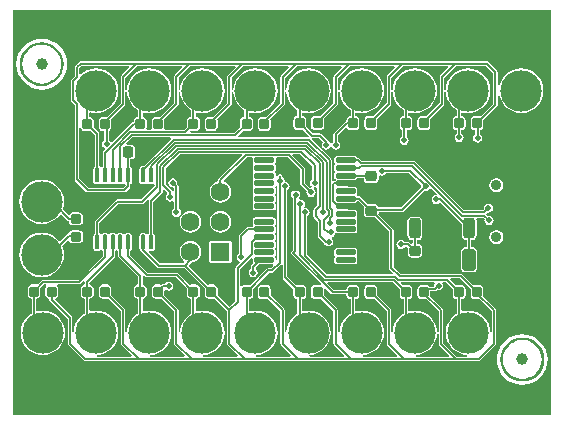
<source format=gbl>
G04 Layer_Physical_Order=2*
G04 Layer_Color=16711680*
%FSLAX25Y25*%
%MOIN*%
G70*
G01*
G75*
G04:AMPARAMS|DCode=10|XSize=34.25mil|YSize=38.19mil|CornerRadius=8.73mil|HoleSize=0mil|Usage=FLASHONLY|Rotation=180.000|XOffset=0mil|YOffset=0mil|HoleType=Round|Shape=RoundedRectangle|*
%AMROUNDEDRECTD10*
21,1,0.03425,0.02072,0,0,180.0*
21,1,0.01678,0.03819,0,0,180.0*
1,1,0.01747,-0.00839,0.01036*
1,1,0.01747,0.00839,0.01036*
1,1,0.01747,0.00839,-0.01036*
1,1,0.01747,-0.00839,-0.01036*
%
%ADD10ROUNDEDRECTD10*%
G04:AMPARAMS|DCode=13|XSize=32.28mil|YSize=36.61mil|CornerRadius=8.23mil|HoleSize=0mil|Usage=FLASHONLY|Rotation=180.000|XOffset=0mil|YOffset=0mil|HoleType=Round|Shape=RoundedRectangle|*
%AMROUNDEDRECTD13*
21,1,0.03228,0.02015,0,0,180.0*
21,1,0.01582,0.03661,0,0,180.0*
1,1,0.01647,-0.00791,0.01007*
1,1,0.01647,0.00791,0.01007*
1,1,0.01647,0.00791,-0.01007*
1,1,0.01647,-0.00791,-0.01007*
%
%ADD13ROUNDEDRECTD13*%
%ADD24C,0.00500*%
%ADD27R,0.06260X0.06260*%
%ADD28C,0.06260*%
%ADD29C,0.13780*%
%ADD30C,0.03543*%
%ADD31C,0.03937*%
%ADD32C,0.01968*%
G04:AMPARAMS|DCode=33|XSize=45.67mil|YSize=71.65mil|CornerRadius=9.82mil|HoleSize=0mil|Usage=FLASHONLY|Rotation=180.000|XOffset=0mil|YOffset=0mil|HoleType=Round|Shape=RoundedRectangle|*
%AMROUNDEDRECTD33*
21,1,0.04567,0.05202,0,0,180.0*
21,1,0.02603,0.07165,0,0,180.0*
1,1,0.01964,-0.01302,0.02601*
1,1,0.01964,0.01302,0.02601*
1,1,0.01964,0.01302,-0.02601*
1,1,0.01964,-0.01302,-0.02601*
%
%ADD33ROUNDEDRECTD33*%
G04:AMPARAMS|DCode=34|XSize=67.32mil|YSize=127.95mil|CornerRadius=9.76mil|HoleSize=0mil|Usage=FLASHONLY|Rotation=90.000|XOffset=0mil|YOffset=0mil|HoleType=Round|Shape=RoundedRectangle|*
%AMROUNDEDRECTD34*
21,1,0.06732,0.10843,0,0,90.0*
21,1,0.04780,0.12795,0,0,90.0*
1,1,0.01952,0.05422,0.02390*
1,1,0.01952,0.05422,-0.02390*
1,1,0.01952,-0.05422,-0.02390*
1,1,0.01952,-0.05422,0.02390*
%
%ADD34ROUNDEDRECTD34*%
G04:AMPARAMS|DCode=35|XSize=67.32mil|YSize=38.98mil|CornerRadius=9.94mil|HoleSize=0mil|Usage=FLASHONLY|Rotation=270.000|XOffset=0mil|YOffset=0mil|HoleType=Round|Shape=RoundedRectangle|*
%AMROUNDEDRECTD35*
21,1,0.06732,0.01910,0,0,270.0*
21,1,0.04745,0.03898,0,0,270.0*
1,1,0.01988,-0.00955,-0.02372*
1,1,0.01988,-0.00955,0.02372*
1,1,0.01988,0.00955,0.02372*
1,1,0.01988,0.00955,-0.02372*
%
%ADD35ROUNDEDRECTD35*%
G04:AMPARAMS|DCode=36|XSize=66.93mil|YSize=17.32mil|CornerRadius=4.33mil|HoleSize=0mil|Usage=FLASHONLY|Rotation=180.000|XOffset=0mil|YOffset=0mil|HoleType=Round|Shape=RoundedRectangle|*
%AMROUNDEDRECTD36*
21,1,0.06693,0.00866,0,0,180.0*
21,1,0.05827,0.01732,0,0,180.0*
1,1,0.00866,-0.02913,0.00433*
1,1,0.00866,0.02913,0.00433*
1,1,0.00866,0.02913,-0.00433*
1,1,0.00866,-0.02913,-0.00433*
%
%ADD36ROUNDEDRECTD36*%
G04:AMPARAMS|DCode=37|XSize=34.25mil|YSize=38.19mil|CornerRadius=8.73mil|HoleSize=0mil|Usage=FLASHONLY|Rotation=90.000|XOffset=0mil|YOffset=0mil|HoleType=Round|Shape=RoundedRectangle|*
%AMROUNDEDRECTD37*
21,1,0.03425,0.02072,0,0,90.0*
21,1,0.01678,0.03819,0,0,90.0*
1,1,0.01747,0.01036,0.00839*
1,1,0.01747,0.01036,-0.00839*
1,1,0.01747,-0.01036,-0.00839*
1,1,0.01747,-0.01036,0.00839*
%
%ADD37ROUNDEDRECTD37*%
G04:AMPARAMS|DCode=38|XSize=50mil|YSize=15.35mil|CornerRadius=3.92mil|HoleSize=0mil|Usage=FLASHONLY|Rotation=270.000|XOffset=0mil|YOffset=0mil|HoleType=Round|Shape=RoundedRectangle|*
%AMROUNDEDRECTD38*
21,1,0.05000,0.00752,0,0,270.0*
21,1,0.04217,0.01535,0,0,270.0*
1,1,0.00783,-0.00376,-0.02108*
1,1,0.00783,-0.00376,0.02108*
1,1,0.00783,0.00376,0.02108*
1,1,0.00783,0.00376,-0.02108*
%
%ADD38ROUNDEDRECTD38*%
G04:AMPARAMS|DCode=39|XSize=32.28mil|YSize=36.61mil|CornerRadius=8.23mil|HoleSize=0mil|Usage=FLASHONLY|Rotation=90.000|XOffset=0mil|YOffset=0mil|HoleType=Round|Shape=RoundedRectangle|*
%AMROUNDEDRECTD39*
21,1,0.03228,0.02015,0,0,90.0*
21,1,0.01582,0.03661,0,0,90.0*
1,1,0.01647,0.01007,0.00791*
1,1,0.01647,0.01007,-0.00791*
1,1,0.01647,-0.01007,-0.00791*
1,1,0.01647,-0.01007,0.00791*
%
%ADD39ROUNDEDRECTD39*%
G36*
X653508Y128185D02*
X474445D01*
Y263154D01*
X653508D01*
Y128185D01*
D02*
G37*
%LPC*%
G36*
X635539Y207062D02*
X635433Y207041D01*
X635327Y207062D01*
X634636Y206924D01*
X634547Y206864D01*
X634441Y206843D01*
X633855Y206452D01*
X633795Y206362D01*
X633706Y206302D01*
X633314Y205716D01*
X633293Y205611D01*
X633233Y205521D01*
X633096Y204830D01*
X633107Y204776D01*
X633085Y204724D01*
X633107Y204673D01*
X633096Y204619D01*
X633233Y203928D01*
X633293Y203838D01*
X633314Y203732D01*
X633706Y203146D01*
X633795Y203087D01*
X633855Y202997D01*
X634441Y202606D01*
X634547Y202585D01*
X634636Y202525D01*
X635327Y202387D01*
X635433Y202408D01*
X635539Y202387D01*
X636230Y202525D01*
X636319Y202585D01*
X636425Y202606D01*
X637011Y202997D01*
X637071Y203087D01*
X637160Y203146D01*
X637552Y203732D01*
X637573Y203838D01*
X637633Y203928D01*
X637770Y204619D01*
X637759Y204673D01*
X637781Y204724D01*
X637759Y204776D01*
X637770Y204830D01*
X637633Y205521D01*
X637573Y205611D01*
X637552Y205716D01*
X637160Y206302D01*
X637071Y206362D01*
X637011Y206452D01*
X636425Y206843D01*
X636319Y206864D01*
X636230Y206924D01*
X635539Y207062D01*
D02*
G37*
G36*
X609223Y194250D02*
X607313D01*
X606730Y194134D01*
X606236Y193804D01*
X605906Y193309D01*
X605790Y192727D01*
Y187982D01*
X605906Y187399D01*
X606236Y186905D01*
X606730Y186575D01*
X607313Y186459D01*
X607503D01*
Y185400D01*
X607003Y185220D01*
X606643Y185580D01*
X606395Y185746D01*
X606102Y185804D01*
X604817D01*
X604613Y186109D01*
X604122Y186437D01*
X603543Y186553D01*
X602964Y186437D01*
X602473Y186109D01*
X602145Y185618D01*
X602030Y185039D01*
X602145Y184460D01*
X602473Y183969D01*
X602964Y183641D01*
X603543Y183526D01*
X604122Y183641D01*
X604613Y183969D01*
X604817Y184275D01*
X605449D01*
X605849Y183801D01*
X605831Y183713D01*
Y182035D01*
X605938Y181499D01*
X606242Y181045D01*
X606696Y180741D01*
X607232Y180634D01*
X609304D01*
X609840Y180741D01*
X610294Y181045D01*
X610598Y181499D01*
X610704Y182035D01*
Y183713D01*
X610598Y184249D01*
X610294Y184703D01*
X609840Y185007D01*
X609304Y185114D01*
X609032D01*
Y186459D01*
X609223D01*
X609805Y186575D01*
X610300Y186905D01*
X610630Y187399D01*
X610746Y187982D01*
Y192727D01*
X610630Y193309D01*
X610300Y193804D01*
X609805Y194134D01*
X609223Y194250D01*
D02*
G37*
G36*
X483858Y206638D02*
X482410Y206495D01*
X481017Y206073D01*
X479733Y205387D01*
X478608Y204463D01*
X477684Y203338D01*
X476998Y202054D01*
X476575Y200661D01*
X476433Y199213D01*
X476575Y197764D01*
X476998Y196371D01*
X477684Y195087D01*
X478608Y193962D01*
X479733Y193038D01*
X481017Y192352D01*
X482410Y191930D01*
X483858Y191787D01*
X485307Y191930D01*
X486700Y192352D01*
X487984Y193038D01*
X489109Y193962D01*
X489862Y194880D01*
X490475Y194956D01*
X491568Y193789D01*
X491578Y193781D01*
X491585Y193770D01*
X492373Y192983D01*
X492373Y192983D01*
X492621Y192817D01*
X492913Y192759D01*
X493011Y192269D01*
X493022Y192216D01*
X493314Y191779D01*
X493752Y191486D01*
X494268Y191384D01*
X496283D01*
X496799Y191486D01*
X497237Y191779D01*
X497530Y192216D01*
X497632Y192733D01*
Y194315D01*
X497530Y194831D01*
X497237Y195269D01*
X496799Y195561D01*
X496283Y195664D01*
X494268D01*
X493752Y195561D01*
X493314Y195269D01*
X493171Y195054D01*
X492972Y194970D01*
X492612Y194953D01*
X492558Y194968D01*
X490848Y196797D01*
X491141Y197764D01*
X491284Y199213D01*
X491141Y200661D01*
X490719Y202054D01*
X490032Y203338D01*
X489109Y204463D01*
X487984Y205387D01*
X486700Y206073D01*
X485307Y206495D01*
X483858Y206638D01*
D02*
G37*
G36*
X635539Y189739D02*
X635433Y189718D01*
X635327Y189739D01*
X634636Y189601D01*
X634547Y189541D01*
X634441Y189520D01*
X633855Y189129D01*
X633795Y189039D01*
X633706Y188979D01*
X633314Y188393D01*
X633293Y188288D01*
X633233Y188198D01*
X633096Y187507D01*
X633107Y187453D01*
X633085Y187402D01*
X633107Y187350D01*
X633096Y187296D01*
X633233Y186605D01*
X633293Y186515D01*
X633314Y186410D01*
X633706Y185824D01*
X633795Y185764D01*
X633855Y185674D01*
X634441Y185283D01*
X634547Y185262D01*
X634636Y185202D01*
X635327Y185064D01*
X635433Y185085D01*
X635539Y185064D01*
X636230Y185202D01*
X636319Y185262D01*
X636425Y185283D01*
X637011Y185674D01*
X637071Y185764D01*
X637160Y185824D01*
X637552Y186410D01*
X637573Y186515D01*
X637633Y186605D01*
X637770Y187296D01*
X637759Y187350D01*
X637781Y187402D01*
X637759Y187453D01*
X637770Y187507D01*
X637633Y188198D01*
X637573Y188288D01*
X637552Y188393D01*
X637160Y188979D01*
X637071Y189039D01*
X637011Y189129D01*
X636425Y189520D01*
X636319Y189541D01*
X636230Y189601D01*
X635539Y189739D01*
D02*
G37*
G36*
X644095Y155117D02*
X642443Y154955D01*
X640856Y154473D01*
X639392Y153691D01*
X638110Y152638D01*
X637057Y151356D01*
X636275Y149893D01*
X635793Y148305D01*
X635631Y146653D01*
X635793Y145002D01*
X636275Y143414D01*
X637057Y141951D01*
X638110Y140669D01*
X639392Y139616D01*
X640856Y138834D01*
X642443Y138352D01*
X644095Y138190D01*
X645746Y138352D01*
X647333Y138834D01*
X648797Y139616D01*
X650079Y140669D01*
X651132Y141951D01*
X651914Y143414D01*
X652396Y145002D01*
X652559Y146653D01*
X652396Y148305D01*
X651914Y149893D01*
X651132Y151356D01*
X650079Y152638D01*
X648797Y153691D01*
X647333Y154473D01*
X645746Y154955D01*
X644095Y155117D01*
D02*
G37*
G36*
X483858Y253543D02*
X482207Y253380D01*
X480619Y252899D01*
X479156Y252116D01*
X477873Y251064D01*
X476821Y249781D01*
X476039Y248318D01*
X475557Y246730D01*
X475394Y245079D01*
X475557Y243427D01*
X476039Y241840D01*
X476821Y240376D01*
X477873Y239094D01*
X479156Y238041D01*
X480619Y237259D01*
X482207Y236777D01*
X483858Y236615D01*
X485509Y236777D01*
X487097Y237259D01*
X488561Y238041D01*
X489843Y239094D01*
X490896Y240376D01*
X491678Y241840D01*
X492160Y243427D01*
X492322Y245079D01*
X492160Y246730D01*
X491678Y248318D01*
X490896Y249781D01*
X489843Y251064D01*
X488561Y252116D01*
X487097Y252899D01*
X485509Y253380D01*
X483858Y253543D01*
D02*
G37*
G36*
X496283Y189719D02*
X494268D01*
X493752Y189616D01*
X493314Y189324D01*
X493022Y188886D01*
X492992Y188737D01*
X492913D01*
X492621Y188679D01*
X492373Y188513D01*
X490047Y186188D01*
X489548Y186212D01*
X489109Y186747D01*
X487984Y187670D01*
X486700Y188356D01*
X485307Y188779D01*
X483858Y188922D01*
X482410Y188779D01*
X481017Y188356D01*
X479733Y187670D01*
X478608Y186747D01*
X477684Y185622D01*
X476998Y184338D01*
X476575Y182945D01*
X476433Y181496D01*
X476575Y180047D01*
X476998Y178654D01*
X477684Y177371D01*
X478608Y176245D01*
X479733Y175322D01*
X481017Y174636D01*
X482410Y174213D01*
X483858Y174071D01*
X485307Y174213D01*
X486700Y174636D01*
X487984Y175322D01*
X489109Y176245D01*
X490032Y177371D01*
X490719Y178654D01*
X491141Y180047D01*
X491284Y181496D01*
X491141Y182945D01*
X490719Y184338D01*
X490594Y184571D01*
X492476Y186453D01*
X493018Y186289D01*
X493022Y186272D01*
X493314Y185834D01*
X493752Y185541D01*
X494268Y185439D01*
X496283D01*
X496799Y185541D01*
X497237Y185834D01*
X497530Y186272D01*
X497632Y186788D01*
Y188370D01*
X497530Y188886D01*
X497237Y189324D01*
X496799Y189616D01*
X496283Y189719D01*
D02*
G37*
G36*
X496850Y246040D02*
X496558Y245982D01*
X496310Y245816D01*
X495129Y244635D01*
X494963Y244387D01*
X494905Y244094D01*
Y241042D01*
X493788Y239926D01*
X493622Y239678D01*
X493564Y239385D01*
Y233056D01*
X493622Y232763D01*
X493788Y232515D01*
X494905Y231399D01*
Y206693D01*
X494963Y206400D01*
X495129Y206152D01*
X498672Y202609D01*
X498920Y202443D01*
X499213Y202385D01*
X511417D01*
X511710Y202443D01*
X511958Y202609D01*
X513139Y203790D01*
X513305Y204038D01*
X513363Y204331D01*
Y205110D01*
X513617Y205280D01*
X513814Y205575D01*
X513884Y205923D01*
Y210140D01*
X513814Y210488D01*
X513617Y210783D01*
X513363Y210953D01*
Y213312D01*
X513634D01*
X514170Y213418D01*
X514625Y213722D01*
X514928Y214176D01*
X515035Y214712D01*
Y216784D01*
X514928Y217320D01*
X514625Y217774D01*
X514170Y218078D01*
X513634Y218184D01*
X512332D01*
X512125Y218684D01*
X514117Y220676D01*
X526762D01*
X526969Y220176D01*
X517841Y211049D01*
X517340D01*
X516993Y210980D01*
X516698Y210783D01*
X516501Y210488D01*
X516431Y210140D01*
Y205923D01*
X516501Y205575D01*
X516698Y205280D01*
X516993Y205083D01*
X517340Y205014D01*
X518093D01*
X518441Y205083D01*
X518736Y205280D01*
X519257D01*
X519552Y205083D01*
X519899Y205014D01*
X520652D01*
X521000Y205083D01*
X521007Y205088D01*
X521498Y204877D01*
X521545Y204564D01*
X521536Y204507D01*
X517006Y199977D01*
X509055D01*
X508763Y199919D01*
X508514Y199753D01*
X508514Y199753D01*
X501822Y193060D01*
X501656Y192812D01*
X501597Y192520D01*
Y188748D01*
X501343Y188578D01*
X501146Y188283D01*
X501077Y187935D01*
Y183718D01*
X501146Y183370D01*
X501343Y183075D01*
X501638Y182878D01*
X501986Y182809D01*
X502738D01*
X503086Y182878D01*
X503381Y183075D01*
X503727D01*
X504157Y182681D01*
Y181222D01*
X496140Y173206D01*
X484429D01*
X484429Y173206D01*
X484136Y173147D01*
X483888Y172982D01*
X482474Y171568D01*
X482070Y171648D01*
X480489D01*
X479972Y171545D01*
X479535Y171253D01*
X479242Y170815D01*
X479139Y170299D01*
Y168284D01*
X479242Y167768D01*
X479535Y167330D01*
X479972Y167037D01*
X480489Y166935D01*
X480515D01*
Y161893D01*
X480127Y161686D01*
X479001Y160762D01*
X478078Y159637D01*
X477392Y158353D01*
X476969Y156960D01*
X476826Y155512D01*
X476969Y154063D01*
X477392Y152670D01*
X478078Y151386D01*
X479001Y150261D01*
X480127Y149338D01*
X481410Y148652D01*
X482803Y148229D01*
X484252Y148086D01*
X485701Y148229D01*
X487094Y148652D01*
X488377Y149338D01*
X489503Y150261D01*
X490426Y151386D01*
X491112Y152670D01*
X491535Y154063D01*
X491678Y155512D01*
X491535Y156960D01*
X491112Y158353D01*
X490426Y159637D01*
X489503Y160762D01*
X488377Y161686D01*
X487094Y162372D01*
X485701Y162795D01*
X484252Y162937D01*
X482803Y162795D01*
X482446Y162686D01*
X482044Y162984D01*
Y166935D01*
X482070D01*
X482587Y167037D01*
X483025Y167330D01*
X483317Y167768D01*
X483420Y168284D01*
Y170299D01*
X483411Y170342D01*
X484745Y171675D01*
X485233Y171645D01*
X485342Y171472D01*
X485428Y171176D01*
X485187Y170815D01*
X485084Y170299D01*
Y168284D01*
X485187Y167768D01*
X485479Y167330D01*
X485917Y167037D01*
X486434Y166935D01*
X486460D01*
Y166535D01*
X486518Y166243D01*
X486684Y165995D01*
X492542Y160136D01*
Y151969D01*
X492601Y151676D01*
X492766Y151428D01*
X497885Y146310D01*
X498133Y146144D01*
X498425Y146086D01*
X629528D01*
X629820Y146144D01*
X630068Y146310D01*
X635186Y151428D01*
X635352Y151676D01*
X635410Y151969D01*
Y162992D01*
X635410Y162992D01*
X635352Y163285D01*
X635186Y163533D01*
X635186Y163533D01*
X631020Y167700D01*
X631097Y168087D01*
Y170102D01*
X630994Y170618D01*
X630702Y171056D01*
X630264Y171348D01*
X629748Y171451D01*
X628166D01*
X627762Y171371D01*
X624182Y174950D01*
X623934Y175116D01*
X623642Y175174D01*
X603466D01*
X601158Y177482D01*
Y189764D01*
X601100Y190056D01*
X600934Y190305D01*
X596084Y195155D01*
X596137Y195421D01*
Y195790D01*
X604035D01*
X604328Y195849D01*
X604576Y196014D01*
X611451Y202889D01*
X611811Y202817D01*
X612390Y202933D01*
X612881Y203261D01*
X613175Y203701D01*
X613337Y203790D01*
X613687Y203896D01*
X615611Y201972D01*
X615365Y201511D01*
X615354Y201513D01*
X614775Y201398D01*
X614284Y201070D01*
X613956Y200579D01*
X613841Y200000D01*
X613956Y199421D01*
X614284Y198930D01*
X614775Y198602D01*
X615354Y198487D01*
X615934Y198602D01*
X616424Y198930D01*
X616694Y198957D01*
X623900Y191751D01*
Y187982D01*
X624016Y187399D01*
X624346Y186905D01*
X624840Y186575D01*
X625423Y186459D01*
X625515D01*
Y184033D01*
X624978D01*
X624400Y183918D01*
X623910Y183590D01*
X623582Y183100D01*
X623467Y182522D01*
Y177321D01*
X623582Y176742D01*
X623910Y176252D01*
X624400Y175925D01*
X624978Y175810D01*
X627581D01*
X628159Y175925D01*
X628650Y176252D01*
X628977Y176742D01*
X629092Y177321D01*
Y182522D01*
X628977Y183100D01*
X628650Y183590D01*
X628159Y183918D01*
X627581Y184033D01*
X627044D01*
Y186459D01*
X627333D01*
X627916Y186575D01*
X628410Y186905D01*
X628740Y187399D01*
X628856Y187982D01*
Y192727D01*
X628740Y193309D01*
X628732Y193322D01*
X628999Y193822D01*
X631081D01*
X631531Y193372D01*
X631459Y193012D01*
X631574Y192433D01*
X631902Y191942D01*
X632393Y191614D01*
X632972Y191498D01*
X633552Y191614D01*
X634043Y191942D01*
X634371Y192433D01*
X634486Y193012D01*
X634371Y193591D01*
X634043Y194082D01*
X633552Y194410D01*
X632972Y194525D01*
X632612Y194454D01*
X632271Y194795D01*
X631939Y195128D01*
X632271Y195461D01*
X632415Y195606D01*
X632776Y195534D01*
X633355Y195649D01*
X633846Y195977D01*
X634174Y196468D01*
X634289Y197047D01*
X634174Y197626D01*
X633846Y198117D01*
X633355Y198445D01*
X632776Y198561D01*
X632197Y198445D01*
X631706Y198117D01*
X631378Y197626D01*
X631262Y197047D01*
X631303Y196842D01*
X630947Y196434D01*
X624726D01*
X608415Y212745D01*
X608167Y212911D01*
X607874Y212969D01*
X590474D01*
X589812Y213631D01*
X589564Y213797D01*
X589272Y213855D01*
X589055D01*
X589048Y213888D01*
X588842Y214196D01*
X588533Y214403D01*
X588169Y214475D01*
X582342D01*
X581978Y214403D01*
X581670Y214196D01*
X581464Y213888D01*
X581391Y213524D01*
Y212657D01*
X581464Y212293D01*
X581670Y211985D01*
Y211637D01*
X581464Y211329D01*
X581391Y210965D01*
Y210098D01*
X581464Y209734D01*
X581670Y209426D01*
Y209078D01*
X581464Y208770D01*
X581391Y208405D01*
Y207539D01*
X581464Y207175D01*
X581670Y206867D01*
X581952Y206678D01*
X581958Y206641D01*
X581743Y206178D01*
X581398D01*
X581105Y206120D01*
X581095Y206114D01*
X580595Y206381D01*
Y212995D01*
X580537Y213287D01*
X580371Y213535D01*
X580371Y213535D01*
X573901Y220005D01*
X573939Y220198D01*
X574119Y220495D01*
X576455D01*
X577679Y219271D01*
X577670Y219180D01*
X577342Y218689D01*
X577227Y218110D01*
X577342Y217531D01*
X577670Y217040D01*
X578161Y216712D01*
X578740Y216597D01*
X579319Y216712D01*
X579810Y217040D01*
X580037Y217380D01*
X580084Y217395D01*
X580546D01*
X580593Y217380D01*
X580820Y217040D01*
X581311Y216712D01*
X581890Y216597D01*
X582469Y216712D01*
X582960Y217040D01*
X583288Y217531D01*
X583403Y218110D01*
X583288Y218689D01*
X582960Y219180D01*
X582654Y219384D01*
Y221337D01*
X585090Y223772D01*
X585683Y223658D01*
X585834Y223432D01*
X586271Y223140D01*
X586788Y223037D01*
X588370D01*
X588886Y223140D01*
X589324Y223432D01*
X589616Y223870D01*
X589719Y224386D01*
Y226401D01*
X589616Y226918D01*
X589324Y227355D01*
X588886Y227648D01*
X588370Y227750D01*
X588343D01*
Y228748D01*
X588745Y229046D01*
X589103Y228938D01*
X590551Y228795D01*
X592000Y228938D01*
X593393Y229360D01*
X594677Y230046D01*
X595802Y230970D01*
X596725Y232095D01*
X597411Y233379D01*
X597834Y234772D01*
X597977Y236221D01*
X597834Y237669D01*
X597411Y239062D01*
X596725Y240346D01*
X595802Y241471D01*
X594677Y242395D01*
X593393Y243081D01*
X592000Y243503D01*
X590551Y243646D01*
X589103Y243503D01*
X587710Y243081D01*
X586426Y242395D01*
X585300Y241471D01*
X584377Y240346D01*
X583691Y239062D01*
X583268Y237669D01*
X583154Y236513D01*
X582654Y236537D01*
Y240628D01*
X586537Y244511D01*
X601438D01*
X601629Y244049D01*
X599066Y241486D01*
X598900Y241237D01*
X598842Y240945D01*
Y232207D01*
X594374Y227739D01*
X594315Y227750D01*
X592733D01*
X592216Y227648D01*
X591779Y227355D01*
X591486Y226918D01*
X591384Y226401D01*
Y224386D01*
X591486Y223870D01*
X591779Y223432D01*
X592216Y223140D01*
X592733Y223037D01*
X594315D01*
X594831Y223140D01*
X595268Y223432D01*
X595561Y223870D01*
X595664Y224386D01*
Y226401D01*
X595587Y226789D01*
X600147Y231349D01*
X600313Y231597D01*
X600371Y231890D01*
Y235904D01*
X600871Y235928D01*
X600985Y234772D01*
X601407Y233379D01*
X602094Y232095D01*
X603017Y230970D01*
X604142Y230046D01*
X604531Y229839D01*
Y227750D01*
X604504D01*
X603988Y227648D01*
X603550Y227355D01*
X603258Y226918D01*
X603155Y226401D01*
Y224386D01*
X603258Y223870D01*
X603550Y223432D01*
X603960Y223159D01*
Y220959D01*
X603654Y220755D01*
X603326Y220264D01*
X603211Y219685D01*
X603326Y219106D01*
X603654Y218615D01*
X604145Y218287D01*
X604724Y218172D01*
X605303Y218287D01*
X605794Y218615D01*
X606122Y219106D01*
X606238Y219685D01*
X606122Y220264D01*
X605794Y220755D01*
X605489Y220959D01*
Y223037D01*
X606086D01*
X606602Y223140D01*
X607040Y223432D01*
X607333Y223870D01*
X607435Y224386D01*
Y226401D01*
X607333Y226918D01*
X607040Y227355D01*
X606602Y227648D01*
X606086Y227750D01*
X606060D01*
Y228748D01*
X606462Y229046D01*
X606819Y228938D01*
X608268Y228795D01*
X609716Y228938D01*
X611109Y229360D01*
X612393Y230046D01*
X613518Y230970D01*
X614442Y232095D01*
X615128Y233379D01*
X615551Y234772D01*
X615693Y236221D01*
X615551Y237669D01*
X615128Y239062D01*
X614442Y240346D01*
X613518Y241471D01*
X612393Y242395D01*
X611109Y243081D01*
X609716Y243503D01*
X608268Y243646D01*
X606819Y243503D01*
X605426Y243081D01*
X604142Y242395D01*
X603017Y241471D01*
X602094Y240346D01*
X601407Y239062D01*
X600985Y237669D01*
X600871Y236513D01*
X600371Y236537D01*
Y240628D01*
X604254Y244511D01*
X619154D01*
X619346Y244049D01*
X616782Y241486D01*
X616616Y241237D01*
X616558Y240945D01*
Y232207D01*
X612090Y227739D01*
X612031Y227750D01*
X610449D01*
X609933Y227648D01*
X609495Y227355D01*
X609203Y226918D01*
X609100Y226401D01*
Y224386D01*
X609203Y223870D01*
X609495Y223432D01*
X609933Y223140D01*
X610449Y223037D01*
X612031D01*
X612547Y223140D01*
X612985Y223432D01*
X613277Y223870D01*
X613380Y224386D01*
Y226401D01*
X613303Y226789D01*
X617864Y231349D01*
X618029Y231597D01*
X618087Y231890D01*
Y235904D01*
X618587Y235928D01*
X618701Y234772D01*
X619124Y233379D01*
X619810Y232095D01*
X620734Y230970D01*
X621859Y230046D01*
X622247Y229839D01*
Y227750D01*
X622221D01*
X621705Y227648D01*
X621267Y227355D01*
X620974Y226918D01*
X620872Y226401D01*
Y224386D01*
X620974Y223870D01*
X621267Y223432D01*
X621705Y223140D01*
X622221Y223037D01*
X622247D01*
Y221963D01*
X621942Y221759D01*
X621614Y221268D01*
X621498Y220689D01*
X621614Y220110D01*
X621942Y219619D01*
X622433Y219291D01*
X623012Y219176D01*
X623591Y219291D01*
X624082Y219619D01*
X624410Y220110D01*
X624525Y220689D01*
X624410Y221268D01*
X624082Y221759D01*
X623776Y221963D01*
Y223037D01*
X623803D01*
X624319Y223140D01*
X624757Y223432D01*
X625049Y223870D01*
X625152Y224386D01*
Y226401D01*
X625049Y226918D01*
X624757Y227355D01*
X624319Y227648D01*
X623803Y227750D01*
X623776D01*
Y228748D01*
X624178Y229046D01*
X624536Y228938D01*
X625984Y228795D01*
X627433Y228938D01*
X628826Y229360D01*
X630110Y230046D01*
X631235Y230970D01*
X632158Y232095D01*
X632844Y233379D01*
X633267Y234772D01*
X633410Y236221D01*
X633267Y237669D01*
X632844Y239062D01*
X632158Y240346D01*
X631235Y241471D01*
X630110Y242395D01*
X628826Y243081D01*
X627433Y243503D01*
X625984Y243646D01*
X624536Y243503D01*
X623143Y243081D01*
X621859Y242395D01*
X620734Y241471D01*
X619810Y240346D01*
X619124Y239062D01*
X618701Y237669D01*
X618587Y236513D01*
X618087Y236537D01*
Y240628D01*
X621970Y244511D01*
X631967D01*
X634275Y242203D01*
Y231793D01*
X630152Y227670D01*
X629748Y227750D01*
X628166D01*
X627649Y227648D01*
X627212Y227355D01*
X626919Y226918D01*
X626817Y226401D01*
Y224386D01*
X626919Y223870D01*
X627212Y223432D01*
X627649Y223140D01*
X628166Y223037D01*
X628369D01*
Y221747D01*
X628064Y221543D01*
X627736Y221052D01*
X627621Y220472D01*
X627736Y219893D01*
X628064Y219402D01*
X628555Y219074D01*
X629134Y218959D01*
X629713Y219074D01*
X630204Y219402D01*
X630532Y219893D01*
X630647Y220472D01*
X630532Y221052D01*
X630204Y221543D01*
X629899Y221747D01*
Y223067D01*
X630264Y223140D01*
X630702Y223432D01*
X630994Y223870D01*
X631097Y224386D01*
Y226401D01*
X631088Y226444D01*
X635580Y230936D01*
X635746Y231184D01*
X635804Y231476D01*
Y235904D01*
X636304Y235928D01*
X636418Y234772D01*
X636840Y233379D01*
X637527Y232095D01*
X638450Y230970D01*
X639575Y230046D01*
X640859Y229360D01*
X642252Y228938D01*
X643701Y228795D01*
X645149Y228938D01*
X646542Y229360D01*
X647826Y230046D01*
X648951Y230970D01*
X649875Y232095D01*
X650561Y233379D01*
X650984Y234772D01*
X651126Y236221D01*
X650984Y237669D01*
X650561Y239062D01*
X649875Y240346D01*
X648951Y241471D01*
X647826Y242395D01*
X646542Y243081D01*
X645149Y243503D01*
X643701Y243646D01*
X642252Y243503D01*
X640859Y243081D01*
X639575Y242395D01*
X638450Y241471D01*
X637527Y240346D01*
X636840Y239062D01*
X636418Y237669D01*
X636304Y236513D01*
X635804Y236537D01*
Y242520D01*
X635746Y242812D01*
X635580Y243060D01*
X632824Y245816D01*
X632576Y245982D01*
X632283Y246040D01*
X496850D01*
X496850Y246040D01*
D02*
G37*
%LPD*%
G36*
X645521Y153823D02*
X646892Y153407D01*
X648156Y152732D01*
X649263Y151822D01*
X650173Y150715D01*
X650848Y149451D01*
X651264Y148080D01*
X651404Y146653D01*
X651264Y145227D01*
X650848Y143856D01*
X650173Y142592D01*
X649263Y141485D01*
X648156Y140576D01*
X646892Y139900D01*
X645521Y139484D01*
X644095Y139344D01*
X642668Y139484D01*
X641297Y139900D01*
X640033Y140576D01*
X638926Y141485D01*
X638016Y142592D01*
X637341Y143856D01*
X636925Y145227D01*
X636785Y146653D01*
X636925Y148080D01*
X637341Y149451D01*
X638016Y150715D01*
X638926Y151822D01*
X640033Y152732D01*
X641297Y153407D01*
X642668Y153823D01*
X644095Y153964D01*
X645521Y153823D01*
D02*
G37*
%LPC*%
G36*
X644095Y153129D02*
X644068Y153118D01*
X644041Y153126D01*
X642884Y153012D01*
X642835Y152986D01*
X642780Y152991D01*
X641667Y152654D01*
X641624Y152619D01*
X641569Y152613D01*
X640543Y152065D01*
X640507Y152022D01*
X640454Y152006D01*
X639555Y151268D01*
X639529Y151219D01*
X639480Y151193D01*
X638742Y150294D01*
X638726Y150241D01*
X638683Y150206D01*
X638135Y149179D01*
X638129Y149124D01*
X638094Y149082D01*
X637756Y147968D01*
X637762Y147913D01*
X637736Y147864D01*
X637622Y146707D01*
X637638Y146653D01*
X637622Y146600D01*
X637736Y145443D01*
X637762Y145394D01*
X637756Y145339D01*
X638094Y144226D01*
X638129Y144183D01*
X638135Y144128D01*
X638683Y143102D01*
X638726Y143067D01*
X638742Y143013D01*
X639480Y142114D01*
X639529Y142088D01*
X639555Y142039D01*
X640454Y141301D01*
X640507Y141285D01*
X640543Y141242D01*
X641569Y140694D01*
X641624Y140688D01*
X641667Y140653D01*
X642780Y140316D01*
X642835Y140321D01*
X642884Y140295D01*
X644041Y140181D01*
X644068Y140189D01*
X644095Y140178D01*
X644121Y140189D01*
X644147Y140181D01*
X645305Y140295D01*
X645354Y140321D01*
X645409Y140316D01*
X646523Y140653D01*
X646565Y140688D01*
X646621Y140694D01*
X647646Y141242D01*
X647682Y141285D01*
X647735Y141301D01*
X648634Y142039D01*
X648660Y142088D01*
X648709Y142114D01*
X649447Y143013D01*
X649463Y143067D01*
X649506Y143102D01*
X650054Y144128D01*
X650060Y144183D01*
X650095Y144226D01*
X650432Y145339D01*
X650427Y145394D01*
X650453Y145443D01*
X650567Y146600D01*
X650551Y146653D01*
X650567Y146707D01*
X650453Y147864D01*
X650427Y147913D01*
X650432Y147968D01*
X650095Y149082D01*
X650060Y149124D01*
X650054Y149179D01*
X649506Y150206D01*
X649463Y150241D01*
X649447Y150294D01*
X648709Y151193D01*
X648660Y151219D01*
X648634Y151268D01*
X647735Y152006D01*
X647682Y152022D01*
X647646Y152065D01*
X646621Y152613D01*
X646565Y152619D01*
X646523Y152654D01*
X645409Y152991D01*
X645354Y152986D01*
X645305Y153012D01*
X644147Y153126D01*
X644121Y153118D01*
X644095Y153129D01*
D02*
G37*
%LPD*%
G36*
X485284Y252248D02*
X486656Y251832D01*
X487920Y251157D01*
X489027Y250248D01*
X489936Y249140D01*
X490612Y247876D01*
X491028Y246505D01*
X491168Y245079D01*
X491028Y243653D01*
X490612Y242281D01*
X489936Y241018D01*
X489027Y239910D01*
X487920Y239001D01*
X486656Y238325D01*
X485284Y237909D01*
X483858Y237769D01*
X482432Y237909D01*
X481061Y238325D01*
X479797Y239001D01*
X478689Y239910D01*
X477780Y241018D01*
X477105Y242281D01*
X476689Y243653D01*
X476548Y245079D01*
X476689Y246505D01*
X477105Y247876D01*
X477780Y249140D01*
X478689Y250248D01*
X479797Y251157D01*
X481061Y251832D01*
X482432Y252248D01*
X483858Y252389D01*
X485284Y252248D01*
D02*
G37*
%LPC*%
G36*
X483858Y251554D02*
X483832Y251543D01*
X483805Y251551D01*
X482648Y251437D01*
X482599Y251411D01*
X482544Y251417D01*
X481430Y251079D01*
X481387Y251044D01*
X481332Y251038D01*
X480306Y250490D01*
X480271Y250447D01*
X480218Y250431D01*
X479319Y249693D01*
X479293Y249644D01*
X479244Y249618D01*
X478506Y248719D01*
X478490Y248666D01*
X478447Y248631D01*
X477899Y247605D01*
X477893Y247550D01*
X477858Y247507D01*
X477520Y246393D01*
X477526Y246338D01*
X477500Y246289D01*
X477386Y245132D01*
X477402Y245079D01*
X477386Y245026D01*
X477500Y243868D01*
X477526Y243819D01*
X477520Y243764D01*
X477858Y242651D01*
X477893Y242608D01*
X477899Y242553D01*
X478447Y241527D01*
X478490Y241492D01*
X478506Y241439D01*
X479244Y240539D01*
X479293Y240513D01*
X479319Y240464D01*
X480218Y239726D01*
X480271Y239710D01*
X480306Y239667D01*
X481332Y239119D01*
X481387Y239114D01*
X481430Y239078D01*
X482544Y238741D01*
X482599Y238746D01*
X482648Y238720D01*
X483805Y238606D01*
X483832Y238614D01*
X483858Y238603D01*
X483884Y238614D01*
X483911Y238606D01*
X485069Y238720D01*
X485118Y238746D01*
X485173Y238741D01*
X486286Y239078D01*
X486329Y239114D01*
X486384Y239119D01*
X487410Y239667D01*
X487445Y239710D01*
X487498Y239726D01*
X488398Y240464D01*
X488424Y240513D01*
X488473Y240539D01*
X489211Y241439D01*
X489227Y241492D01*
X489270Y241527D01*
X489818Y242553D01*
X489823Y242608D01*
X489859Y242651D01*
X490196Y243764D01*
X490191Y243819D01*
X490217Y243868D01*
X490331Y245026D01*
X490315Y245079D01*
X490331Y245132D01*
X490217Y246289D01*
X490191Y246338D01*
X490196Y246393D01*
X489859Y247507D01*
X489823Y247550D01*
X489818Y247605D01*
X489270Y248631D01*
X489227Y248666D01*
X489211Y248719D01*
X488473Y249618D01*
X488424Y249644D01*
X488398Y249693D01*
X487498Y250431D01*
X487445Y250447D01*
X487410Y250490D01*
X486384Y251038D01*
X486329Y251044D01*
X486286Y251079D01*
X485173Y251417D01*
X485118Y251411D01*
X485069Y251437D01*
X483911Y251551D01*
X483884Y251543D01*
X483858Y251554D01*
D02*
G37*
%LPD*%
G36*
X620880Y170145D02*
X620872Y170102D01*
Y168087D01*
X620974Y167571D01*
X621267Y167133D01*
X621705Y166841D01*
X622221Y166738D01*
X622247D01*
Y161893D01*
X621859Y161686D01*
X620734Y160762D01*
X619810Y159637D01*
X619124Y158353D01*
X618701Y156960D01*
X618559Y155512D01*
X618701Y154063D01*
X619124Y152670D01*
X619810Y151386D01*
X620734Y150261D01*
X621859Y149338D01*
X623143Y148652D01*
X624536Y148229D01*
X625692Y148115D01*
X625667Y147615D01*
X622364D01*
X617694Y152285D01*
Y162992D01*
X617636Y163285D01*
X617470Y163533D01*
X613303Y167700D01*
X613380Y168087D01*
Y169314D01*
X614961D01*
X615253Y169372D01*
X615501Y169538D01*
X615781Y169818D01*
X616142Y169746D01*
X616721Y169862D01*
X617212Y170190D01*
X617540Y170681D01*
X617655Y171260D01*
X617540Y171839D01*
X617456Y171964D01*
X617724Y172464D01*
X618561D01*
X620880Y170145D01*
D02*
G37*
G36*
X614827Y171964D02*
X614744Y171839D01*
X614628Y171260D01*
X614201Y170843D01*
X613127D01*
X612985Y171056D01*
X612547Y171348D01*
X612031Y171451D01*
X610449D01*
X609933Y171348D01*
X609495Y171056D01*
X609203Y170618D01*
X609100Y170102D01*
Y168087D01*
X609203Y167571D01*
X609495Y167133D01*
X609933Y166841D01*
X610449Y166738D01*
X612031D01*
X612090Y166750D01*
X616164Y162675D01*
Y155829D01*
X615664Y155804D01*
X615551Y156960D01*
X615128Y158353D01*
X614442Y159637D01*
X613518Y160762D01*
X612393Y161686D01*
X611109Y162372D01*
X609716Y162795D01*
X608268Y162937D01*
X606819Y162795D01*
X606462Y162686D01*
X606060Y162984D01*
Y166738D01*
X606086D01*
X606602Y166841D01*
X607040Y167133D01*
X607333Y167571D01*
X607435Y168087D01*
Y170102D01*
X607333Y170618D01*
X607040Y171056D01*
X606602Y171348D01*
X606086Y171451D01*
X604504D01*
X604100Y171371D01*
X603470Y172002D01*
X603661Y172464D01*
X614560D01*
X614827Y171964D01*
D02*
G37*
G36*
X570101Y209920D02*
Y205118D01*
X570160Y204825D01*
X570325Y204577D01*
X572180Y202722D01*
X572109Y202362D01*
X572224Y201783D01*
X572552Y201292D01*
X573043Y200964D01*
X573622Y200849D01*
X574201Y200964D01*
X574692Y201292D01*
X575020Y201783D01*
X575135Y202362D01*
X575020Y202941D01*
X574692Y203432D01*
X574525Y203544D01*
X574720Y204015D01*
X574803Y203998D01*
X575294Y204096D01*
X575794Y203834D01*
Y198136D01*
X574656Y196997D01*
X574490Y196749D01*
X574432Y196457D01*
Y194488D01*
X574490Y194196D01*
X574656Y193948D01*
X576007Y192597D01*
Y187705D01*
X576065Y187412D01*
X576231Y187164D01*
X578109Y185286D01*
X578124Y185276D01*
X578129Y185248D01*
X578457Y184757D01*
X578948Y184429D01*
X579528Y184313D01*
X580107Y184429D01*
X580598Y184757D01*
X580926Y185248D01*
X581041Y185827D01*
X580926Y186406D01*
X580598Y186897D01*
X580468Y186984D01*
X580573Y187514D01*
X580894Y187578D01*
X581385Y187906D01*
X581713Y188397D01*
X581765Y188659D01*
X581979Y188747D01*
X582342Y188675D01*
X588169D01*
X588533Y188747D01*
X588842Y188953D01*
X589048Y189262D01*
X589121Y189626D01*
Y190492D01*
X589048Y190856D01*
X588842Y191165D01*
Y191512D01*
X589048Y191821D01*
X589121Y192185D01*
Y193051D01*
X589048Y193415D01*
X588842Y193724D01*
Y194071D01*
X589048Y194380D01*
X589121Y194744D01*
Y195610D01*
X589048Y195974D01*
X588842Y196283D01*
X588533Y196489D01*
X588169Y196562D01*
X585934D01*
X585873Y196646D01*
X585797Y197195D01*
X585962Y197444D01*
X586021Y197736D01*
X585962Y198029D01*
X585797Y198277D01*
X585873Y198827D01*
X585934Y198911D01*
X588169D01*
X588533Y198983D01*
X588842Y199189D01*
X588933Y199326D01*
X589463Y199380D01*
X589515Y199365D01*
X591350Y197529D01*
X591264Y197099D01*
Y195421D01*
X591371Y194885D01*
X591675Y194430D01*
X592129Y194127D01*
X592665Y194020D01*
X594737D01*
X595003Y194073D01*
X599629Y189447D01*
Y177165D01*
X599687Y176873D01*
X599853Y176625D01*
X601023Y175455D01*
X600831Y174993D01*
X578844D01*
X572418Y181419D01*
Y194395D01*
X572724Y194599D01*
X573052Y195090D01*
X573167Y195669D01*
X573052Y196248D01*
X572724Y196739D01*
X572233Y197067D01*
X571654Y197183D01*
X571632Y197178D01*
X571331Y197628D01*
X571477Y197846D01*
X571592Y198425D01*
X571477Y199004D01*
X571149Y199495D01*
X570658Y199823D01*
X570079Y199938D01*
X570040Y199931D01*
X569522Y200338D01*
X569516Y200466D01*
X569574Y200505D01*
X569902Y200996D01*
X570017Y201575D01*
X569902Y202154D01*
X569574Y202645D01*
X569083Y202973D01*
X568504Y203088D01*
X567925Y202973D01*
X567434Y202645D01*
X567106Y202154D01*
X566991Y201575D01*
X567106Y200996D01*
X567434Y200505D01*
X567580Y200407D01*
Y183156D01*
X567176Y182752D01*
X567010Y182504D01*
X566952Y182211D01*
X567010Y181918D01*
X567176Y181670D01*
X576956Y171890D01*
X576710Y171429D01*
X576598Y171451D01*
X575016D01*
X574500Y171348D01*
X574062Y171056D01*
X573770Y170618D01*
X573667Y170102D01*
Y168087D01*
X573770Y167571D01*
X574062Y167133D01*
X574500Y166841D01*
X575016Y166738D01*
X576598D01*
X576986Y166815D01*
X581125Y162675D01*
Y151969D01*
X581183Y151676D01*
X581349Y151428D01*
X581349Y151428D01*
X584700Y148077D01*
X584509Y147615D01*
X573151D01*
X573127Y148115D01*
X574283Y148229D01*
X575676Y148652D01*
X576960Y149338D01*
X578085Y150261D01*
X579009Y151386D01*
X579695Y152670D01*
X580118Y154063D01*
X580260Y155512D01*
X580118Y156960D01*
X579695Y158353D01*
X579009Y159637D01*
X578085Y160762D01*
X576960Y161686D01*
X575676Y162372D01*
X574283Y162795D01*
X572835Y162937D01*
X571386Y162795D01*
X571029Y162686D01*
X570627Y162984D01*
Y166738D01*
X570653D01*
X571169Y166841D01*
X571607Y167133D01*
X571900Y167571D01*
X572002Y168087D01*
Y170102D01*
X571900Y170618D01*
X571607Y171056D01*
X571169Y171348D01*
X570653Y171451D01*
X569071D01*
X568667Y171371D01*
X565725Y174313D01*
Y203057D01*
X566031Y203261D01*
X566359Y203752D01*
X566474Y204331D01*
X566359Y204910D01*
X566031Y205401D01*
X565540Y205729D01*
X565264Y205784D01*
X564899Y206299D01*
X564784Y206878D01*
X564456Y207369D01*
X564146Y207576D01*
X564092Y207848D01*
X563927Y208096D01*
X563927Y208096D01*
X563767Y208255D01*
X563519Y208421D01*
X563226Y208479D01*
X562934Y208421D01*
X562686Y208255D01*
X562520Y208007D01*
X562502Y207918D01*
X562416Y207800D01*
X562360Y207795D01*
X561962Y208042D01*
X561916Y208124D01*
Y208405D01*
X561843Y208770D01*
X561637Y209078D01*
Y209426D01*
X561843Y209734D01*
X561916Y210098D01*
Y210965D01*
X561843Y211329D01*
X561637Y211637D01*
Y211985D01*
X561843Y212293D01*
X561916Y212657D01*
Y213524D01*
X561882Y213696D01*
X562193Y214196D01*
X565825D01*
X570101Y209920D01*
D02*
G37*
G36*
X554187Y180261D02*
X554186Y180256D01*
Y179390D01*
X554259Y179026D01*
X554442Y178752D01*
X553790Y178100D01*
X553624Y177852D01*
X553566Y177559D01*
Y176865D01*
X553261Y176661D01*
X552933Y176170D01*
X552817Y175591D01*
X552933Y175011D01*
X553261Y174521D01*
X553752Y174192D01*
X554331Y174077D01*
X554910Y174192D01*
X555401Y174521D01*
X555729Y175011D01*
X555844Y175591D01*
X555729Y176170D01*
X555401Y176661D01*
X555208Y176789D01*
X555173Y177320D01*
X556291Y178438D01*
X560902D01*
X561017Y178291D01*
X561133Y177962D01*
X560313Y177143D01*
X559429D01*
X559136Y177084D01*
X558888Y176919D01*
X553340Y171371D01*
X552937Y171451D01*
X551355D01*
X550838Y171348D01*
X550477Y171107D01*
X550181Y171194D01*
X549977Y171322D01*
Y176849D01*
X551395Y178266D01*
X551405Y178268D01*
X551653Y178434D01*
X553727Y180508D01*
X554187Y180261D01*
D02*
G37*
G36*
X518357Y174262D02*
X518605Y174097D01*
X518898Y174039D01*
X528601D01*
X532298Y170342D01*
X532289Y170299D01*
Y168284D01*
X532392Y167768D01*
X532684Y167330D01*
X533122Y167037D01*
X533638Y166935D01*
X533664D01*
Y161893D01*
X533276Y161686D01*
X532151Y160762D01*
X531227Y159637D01*
X530541Y158353D01*
X530119Y156960D01*
X530005Y155804D01*
X529505Y155829D01*
Y162992D01*
X529447Y163285D01*
X529281Y163533D01*
X524753Y168061D01*
X524798Y168284D01*
Y169593D01*
X525298Y169840D01*
X525591Y169645D01*
X526170Y169529D01*
X526749Y169645D01*
X527240Y169973D01*
X527568Y170464D01*
X527683Y171043D01*
X527568Y171622D01*
X527240Y172113D01*
X526749Y172441D01*
X526170Y172556D01*
X525591Y172441D01*
X525100Y172113D01*
X524895Y171808D01*
X524192D01*
X523900Y171749D01*
X523679Y171602D01*
X523448Y171648D01*
X521867D01*
X521350Y171545D01*
X520913Y171253D01*
X520620Y170815D01*
X520517Y170299D01*
Y168284D01*
X520620Y167768D01*
X520913Y167330D01*
X521350Y167037D01*
X521867Y166935D01*
X523448D01*
X523672Y166979D01*
X527976Y162675D01*
Y151969D01*
X528034Y151676D01*
X528199Y151428D01*
X531550Y148077D01*
X531359Y147615D01*
X520002D01*
X519977Y148115D01*
X521134Y148229D01*
X522527Y148652D01*
X523810Y149338D01*
X524936Y150261D01*
X525859Y151386D01*
X526545Y152670D01*
X526968Y154063D01*
X527111Y155512D01*
X526968Y156960D01*
X526545Y158353D01*
X525859Y159637D01*
X524936Y160762D01*
X523810Y161686D01*
X522527Y162372D01*
X521134Y162795D01*
X519685Y162937D01*
X518236Y162795D01*
X517879Y162686D01*
X517477Y162984D01*
Y166935D01*
X517503D01*
X518020Y167037D01*
X518458Y167330D01*
X518750Y167768D01*
X518853Y168284D01*
Y170299D01*
X518750Y170815D01*
X518458Y171253D01*
X518020Y171545D01*
X517503Y171648D01*
X517477D01*
Y174435D01*
X517966Y174653D01*
X518357Y174262D01*
D02*
G37*
G36*
X626825Y170145D02*
X626817Y170102D01*
Y168087D01*
X626919Y167571D01*
X627212Y167133D01*
X627649Y166841D01*
X628166Y166738D01*
X629748D01*
X629807Y166750D01*
X633881Y162675D01*
Y155829D01*
X633381Y155804D01*
X633267Y156960D01*
X632844Y158353D01*
X632158Y159637D01*
X631235Y160762D01*
X630110Y161686D01*
X628826Y162372D01*
X627433Y162795D01*
X625984Y162937D01*
X624536Y162795D01*
X624178Y162686D01*
X623776Y162984D01*
Y166738D01*
X623803D01*
X624319Y166841D01*
X624757Y167133D01*
X625049Y167571D01*
X625152Y168087D01*
Y170102D01*
X625049Y170618D01*
X624757Y171056D01*
X624319Y171348D01*
X623803Y171451D01*
X622221D01*
X621817Y171371D01*
X620005Y173183D01*
X620196Y173645D01*
X623325D01*
X626825Y170145D01*
D02*
G37*
G36*
X509275Y182681D02*
Y181299D01*
X509333Y181007D01*
X509499Y180759D01*
X515948Y174309D01*
Y171648D01*
X515922D01*
X515405Y171545D01*
X514968Y171253D01*
X514675Y170815D01*
X514572Y170299D01*
Y168284D01*
X514675Y167768D01*
X514968Y167330D01*
X515405Y167037D01*
X515922Y166935D01*
X515948D01*
Y161893D01*
X515560Y161686D01*
X514434Y160762D01*
X513511Y159637D01*
X512825Y158353D01*
X512402Y156960D01*
X512288Y155804D01*
X511788Y155829D01*
Y162992D01*
X511730Y163285D01*
X511564Y163533D01*
X507037Y168061D01*
X507081Y168284D01*
Y170299D01*
X506978Y170815D01*
X506686Y171253D01*
X506248Y171545D01*
X505732Y171648D01*
X504150D01*
X503634Y171545D01*
X503196Y171253D01*
X502904Y170815D01*
X502801Y170299D01*
Y168284D01*
X502904Y167768D01*
X503196Y167330D01*
X503634Y167037D01*
X504150Y166935D01*
X505732D01*
X505955Y166979D01*
X510259Y162675D01*
Y151969D01*
X510317Y151676D01*
X510483Y151428D01*
X510483Y151428D01*
X513834Y148077D01*
X513642Y147615D01*
X502285D01*
X502261Y148115D01*
X503417Y148229D01*
X504810Y148652D01*
X506094Y149338D01*
X507219Y150261D01*
X508143Y151386D01*
X508829Y152670D01*
X509251Y154063D01*
X509394Y155512D01*
X509251Y156960D01*
X508829Y158353D01*
X508143Y159637D01*
X507219Y160762D01*
X506094Y161686D01*
X504810Y162372D01*
X503417Y162795D01*
X501968Y162937D01*
X500520Y162795D01*
X500162Y162686D01*
X499761Y162984D01*
Y166935D01*
X499787D01*
X500303Y167037D01*
X500741Y167330D01*
X501033Y167768D01*
X501136Y168284D01*
Y170299D01*
X501033Y170815D01*
X500741Y171253D01*
X500303Y171545D01*
X499787Y171648D01*
X499761D01*
Y172301D01*
X508021Y180562D01*
X508021Y180562D01*
X508187Y180810D01*
X508245Y181102D01*
X508245Y181102D01*
Y182906D01*
X508499Y183075D01*
X508845D01*
X509275Y182681D01*
D02*
G37*
G36*
X616164Y155195D02*
Y151969D01*
X616223Y151676D01*
X616388Y151428D01*
X616388Y151428D01*
X619739Y148077D01*
X619548Y147615D01*
X608585D01*
X608560Y148115D01*
X609716Y148229D01*
X611109Y148652D01*
X612393Y149338D01*
X613518Y150261D01*
X614442Y151386D01*
X615128Y152670D01*
X615551Y154063D01*
X615664Y155219D01*
X616164Y155195D01*
D02*
G37*
G36*
X563980Y178305D02*
X564196Y178175D01*
Y173996D01*
X564254Y173703D01*
X564420Y173455D01*
X567731Y170145D01*
X567722Y170102D01*
Y168087D01*
X567825Y167571D01*
X568117Y167133D01*
X568555Y166841D01*
X569071Y166738D01*
X569098D01*
Y161893D01*
X568709Y161686D01*
X567584Y160762D01*
X566661Y159637D01*
X565974Y158353D01*
X565552Y156960D01*
X565438Y155804D01*
X564938Y155829D01*
Y162992D01*
X564880Y163285D01*
X564714Y163533D01*
X560219Y168028D01*
X560231Y168087D01*
Y170102D01*
X560128Y170618D01*
X559835Y171056D01*
X559398Y171348D01*
X558882Y171451D01*
X557300D01*
X556783Y171348D01*
X556346Y171056D01*
X556053Y170618D01*
X555950Y170102D01*
Y168087D01*
X556053Y167571D01*
X556346Y167133D01*
X556783Y166841D01*
X557300Y166738D01*
X558882D01*
X559269Y166815D01*
X563409Y162675D01*
Y151969D01*
X563467Y151676D01*
X563632Y151428D01*
X566983Y148077D01*
X566792Y147615D01*
X555435D01*
X555410Y148115D01*
X556567Y148229D01*
X557960Y148652D01*
X559243Y149338D01*
X560369Y150261D01*
X561292Y151386D01*
X561978Y152670D01*
X562401Y154063D01*
X562544Y155512D01*
X562401Y156960D01*
X561978Y158353D01*
X561292Y159637D01*
X560369Y160762D01*
X559243Y161686D01*
X557960Y162372D01*
X556567Y162795D01*
X555118Y162937D01*
X553670Y162795D01*
X553312Y162686D01*
X552910Y162984D01*
Y166738D01*
X552937D01*
X553453Y166841D01*
X553891Y167133D01*
X554183Y167571D01*
X554286Y168087D01*
Y170102D01*
X554277Y170145D01*
X559746Y175613D01*
X560630D01*
X560923Y175672D01*
X561171Y175837D01*
X563696Y178363D01*
X563980Y178305D01*
D02*
G37*
G36*
X498231Y172427D02*
Y171648D01*
X498205D01*
X497689Y171545D01*
X497251Y171253D01*
X496959Y170815D01*
X496856Y170299D01*
Y168284D01*
X496959Y167768D01*
X497251Y167330D01*
X497689Y167037D01*
X498205Y166935D01*
X498231D01*
Y161893D01*
X497843Y161686D01*
X496718Y160762D01*
X495794Y159637D01*
X495108Y158353D01*
X494686Y156960D01*
X494572Y155804D01*
X494072Y155829D01*
Y160453D01*
X494014Y160745D01*
X493848Y160994D01*
X488350Y166491D01*
X488514Y167034D01*
X488532Y167037D01*
X488969Y167330D01*
X489262Y167768D01*
X489364Y168284D01*
Y170299D01*
X489262Y170815D01*
X489020Y171176D01*
X489107Y171472D01*
X489236Y171676D01*
X496457D01*
X496749Y171734D01*
X496997Y171900D01*
X497743Y172645D01*
X498231Y172427D01*
D02*
G37*
G36*
X580292Y168554D02*
X580292Y168554D01*
X580540Y168388D01*
X580833Y168330D01*
X580833Y168330D01*
X585439D01*
Y168087D01*
X585541Y167571D01*
X585834Y167133D01*
X586271Y166841D01*
X586788Y166738D01*
X586814D01*
Y161893D01*
X586426Y161686D01*
X585300Y160762D01*
X584377Y159637D01*
X583691Y158353D01*
X583268Y156960D01*
X583154Y155804D01*
X582654Y155829D01*
Y162992D01*
X582596Y163285D01*
X582431Y163533D01*
X577935Y168028D01*
X577947Y168087D01*
Y170102D01*
X577925Y170214D01*
X578386Y170460D01*
X580292Y168554D01*
D02*
G37*
G36*
X603164Y170145D02*
X603155Y170102D01*
Y168087D01*
X603258Y167571D01*
X603550Y167133D01*
X603988Y166841D01*
X604504Y166738D01*
X604531D01*
Y161893D01*
X604142Y161686D01*
X603017Y160762D01*
X602094Y159637D01*
X601407Y158353D01*
X600985Y156960D01*
X600871Y155804D01*
X600371Y155829D01*
Y162992D01*
X600313Y163285D01*
X600147Y163533D01*
X595652Y168028D01*
X595664Y168087D01*
Y170102D01*
X595561Y170618D01*
X595268Y171056D01*
X594831Y171348D01*
X594315Y171451D01*
X592733D01*
X592216Y171348D01*
X591779Y171056D01*
X591486Y170618D01*
X591384Y170102D01*
Y168087D01*
X591486Y167571D01*
X591779Y167133D01*
X592216Y166841D01*
X592733Y166738D01*
X594315D01*
X594702Y166815D01*
X598842Y162675D01*
Y151969D01*
X598900Y151676D01*
X599066Y151428D01*
X602416Y148077D01*
X602225Y147615D01*
X590868D01*
X590843Y148115D01*
X592000Y148229D01*
X593393Y148652D01*
X594677Y149338D01*
X595802Y150261D01*
X596725Y151386D01*
X597411Y152670D01*
X597834Y154063D01*
X597977Y155512D01*
X597834Y156960D01*
X597411Y158353D01*
X596725Y159637D01*
X595802Y160762D01*
X594677Y161686D01*
X593393Y162372D01*
X592000Y162795D01*
X590551Y162937D01*
X589103Y162795D01*
X588745Y162686D01*
X588343Y162984D01*
Y166738D01*
X588370D01*
X588886Y166841D01*
X589324Y167133D01*
X589616Y167571D01*
X589719Y168087D01*
Y170102D01*
X589616Y170618D01*
X589324Y171056D01*
X588886Y171348D01*
X588370Y171451D01*
X586788D01*
X586271Y171348D01*
X585834Y171056D01*
X585541Y170618D01*
X585439Y170102D01*
Y169859D01*
X581150D01*
X579007Y172002D01*
X579199Y172464D01*
X600845D01*
X603164Y170145D01*
D02*
G37*
G36*
X513046Y244049D02*
X510483Y241486D01*
X510317Y241237D01*
X510259Y240945D01*
Y232207D01*
X505606Y227554D01*
X504150D01*
X503634Y227451D01*
X503196Y227158D01*
X502904Y226721D01*
X502801Y226204D01*
Y224189D01*
X502904Y223673D01*
X503196Y223235D01*
X503634Y222943D01*
X504150Y222840D01*
X504747D01*
Y219778D01*
X504442Y219574D01*
X504114Y219083D01*
X503999Y218504D01*
X504114Y217925D01*
X504442Y217434D01*
X504845Y217165D01*
X505007Y216620D01*
X504381Y215993D01*
X504215Y215745D01*
X504157Y215453D01*
Y210953D01*
X503902Y210783D01*
X503556D01*
X503127Y211177D01*
Y221831D01*
X503069Y222123D01*
X502903Y222371D01*
X502903Y222371D01*
X501128Y224147D01*
X501136Y224189D01*
Y226204D01*
X501033Y226721D01*
X500741Y227158D01*
X500303Y227451D01*
X499787Y227554D01*
X499761D01*
Y228748D01*
X500162Y229046D01*
X500520Y228938D01*
X501968Y228795D01*
X503417Y228938D01*
X504810Y229360D01*
X506094Y230046D01*
X507219Y230970D01*
X508143Y232095D01*
X508829Y233379D01*
X509251Y234772D01*
X509394Y236221D01*
X509251Y237669D01*
X508829Y239062D01*
X508143Y240346D01*
X507219Y241471D01*
X506094Y242395D01*
X504810Y243081D01*
X503417Y243503D01*
X501968Y243646D01*
X500520Y243503D01*
X499127Y243081D01*
X497843Y242395D01*
X496934Y241649D01*
X496434Y241885D01*
Y243778D01*
X497167Y244511D01*
X512855D01*
X513046Y244049D01*
D02*
G37*
G36*
X530763D02*
X528199Y241486D01*
X528034Y241237D01*
X527976Y240945D01*
Y232207D01*
X523322Y227554D01*
X521867D01*
X521350Y227451D01*
X520913Y227158D01*
X520620Y226721D01*
X520517Y226204D01*
Y224189D01*
X520614Y223706D01*
X520613Y223661D01*
X520331Y223206D01*
X519039D01*
X518757Y223661D01*
X518756Y223706D01*
X518853Y224189D01*
Y226204D01*
X518750Y226721D01*
X518458Y227158D01*
X518020Y227451D01*
X517503Y227554D01*
X517477D01*
Y228748D01*
X517879Y229046D01*
X518236Y228938D01*
X519685Y228795D01*
X521134Y228938D01*
X522527Y229360D01*
X523810Y230046D01*
X524936Y230970D01*
X525859Y232095D01*
X526545Y233379D01*
X526968Y234772D01*
X527111Y236221D01*
X526968Y237669D01*
X526545Y239062D01*
X525859Y240346D01*
X524936Y241471D01*
X523810Y242395D01*
X522527Y243081D01*
X521134Y243503D01*
X519685Y243646D01*
X518236Y243503D01*
X516843Y243081D01*
X515560Y242395D01*
X514434Y241471D01*
X513511Y240346D01*
X512825Y239062D01*
X512402Y237669D01*
X512288Y236513D01*
X511788Y236537D01*
Y240628D01*
X515671Y244511D01*
X530572D01*
X530763Y244049D01*
D02*
G37*
G36*
X512402Y234772D02*
X512825Y233379D01*
X513511Y232095D01*
X514434Y230970D01*
X515560Y230046D01*
X515948Y229839D01*
Y227554D01*
X515922D01*
X515405Y227451D01*
X514968Y227158D01*
X514675Y226721D01*
X514572Y226204D01*
Y225943D01*
X514373Y225903D01*
X514125Y225738D01*
X514125Y225738D01*
X507396Y219009D01*
X506851Y219171D01*
X506582Y219574D01*
X506277Y219778D01*
Y222962D01*
X506686Y223235D01*
X506978Y223673D01*
X507081Y224189D01*
Y226204D01*
X506978Y226721D01*
X506961Y226746D01*
X511564Y231349D01*
X511730Y231597D01*
X511788Y231890D01*
Y235904D01*
X512288Y235928D01*
X512402Y234772D01*
D02*
G37*
G36*
X530119D02*
X530541Y233379D01*
X531227Y232095D01*
X532151Y230970D01*
X533276Y230046D01*
X533664Y229839D01*
Y227554D01*
X533638D01*
X533122Y227451D01*
X532684Y227158D01*
X532392Y226721D01*
X532289Y226204D01*
Y224189D01*
X532298Y224147D01*
X531356Y223206D01*
X524984D01*
X524702Y223661D01*
X524701Y223706D01*
X524798Y224189D01*
Y226204D01*
X524695Y226721D01*
X524678Y226746D01*
X529281Y231349D01*
X529447Y231597D01*
X529505Y231890D01*
Y235904D01*
X530005Y235928D01*
X530119Y234772D01*
D02*
G37*
G36*
X583912Y244049D02*
X581349Y241486D01*
X581183Y241237D01*
X581125Y240945D01*
Y232207D01*
X576657Y227739D01*
X576598Y227750D01*
X575016D01*
X574500Y227648D01*
X574062Y227355D01*
X573770Y226918D01*
X573667Y226401D01*
Y224386D01*
X573770Y223870D01*
X574062Y223432D01*
X574500Y223140D01*
X575016Y223037D01*
X576598D01*
X577114Y223140D01*
X577552Y223432D01*
X577844Y223870D01*
X577947Y224386D01*
Y226401D01*
X577870Y226789D01*
X582431Y231349D01*
X582596Y231597D01*
X582654Y231890D01*
Y235904D01*
X583154Y235928D01*
X583268Y234772D01*
X583691Y233379D01*
X584377Y232095D01*
X585300Y230970D01*
X586426Y230046D01*
X586814Y229839D01*
Y227750D01*
X586788D01*
X586271Y227648D01*
X585834Y227355D01*
X585541Y226918D01*
X585439Y226401D01*
Y226120D01*
X585337Y226100D01*
X585089Y225934D01*
X585089Y225934D01*
X581349Y222194D01*
X581183Y221946D01*
X581125Y221654D01*
Y219384D01*
X580820Y219180D01*
X580593Y218841D01*
X580546Y218825D01*
X580084D01*
X580037Y218841D01*
X579810Y219180D01*
X579484Y219399D01*
X579447Y219584D01*
X579281Y219832D01*
X577312Y221801D01*
X577064Y221966D01*
X576772Y222024D01*
X574313D01*
X571994Y224343D01*
X572002Y224386D01*
Y226401D01*
X571900Y226918D01*
X571607Y227355D01*
X571169Y227648D01*
X570653Y227750D01*
X570627D01*
Y228748D01*
X571029Y229046D01*
X571386Y228938D01*
X572835Y228795D01*
X574283Y228938D01*
X575676Y229360D01*
X576960Y230046D01*
X578085Y230970D01*
X579009Y232095D01*
X579695Y233379D01*
X580118Y234772D01*
X580260Y236221D01*
X580118Y237669D01*
X579695Y239062D01*
X579009Y240346D01*
X578085Y241471D01*
X576960Y242395D01*
X575676Y243081D01*
X574283Y243503D01*
X572835Y243646D01*
X571386Y243503D01*
X569993Y243081D01*
X568709Y242395D01*
X567584Y241471D01*
X566661Y240346D01*
X565974Y239062D01*
X565552Y237669D01*
X565438Y236513D01*
X564938Y236537D01*
Y240628D01*
X568821Y244511D01*
X583721D01*
X583912Y244049D01*
D02*
G37*
G36*
X548479D02*
X545916Y241486D01*
X545750Y241237D01*
X545692Y240945D01*
Y232207D01*
X541039Y227554D01*
X539583D01*
X539067Y227451D01*
X538629Y227158D01*
X538337Y226721D01*
X538234Y226204D01*
Y224189D01*
X538337Y223673D01*
X538629Y223235D01*
X539067Y222943D01*
X539583Y222840D01*
X541165D01*
X541681Y222943D01*
X542119Y223235D01*
X542411Y223673D01*
X542514Y224189D01*
Y226204D01*
X542411Y226721D01*
X542394Y226746D01*
X546997Y231349D01*
X547163Y231597D01*
X547221Y231890D01*
Y235904D01*
X547721Y235928D01*
X547835Y234772D01*
X548258Y233379D01*
X548944Y232095D01*
X549867Y230970D01*
X550993Y230046D01*
X551381Y229839D01*
Y227554D01*
X551355D01*
X550838Y227451D01*
X550401Y227158D01*
X550108Y226721D01*
X550006Y226204D01*
Y224189D01*
X550014Y224147D01*
X548073Y222206D01*
X533481D01*
X533258Y222706D01*
X533418Y222884D01*
X533638Y222840D01*
X535220D01*
X535736Y222943D01*
X536174Y223235D01*
X536467Y223673D01*
X536569Y224189D01*
Y226204D01*
X536467Y226721D01*
X536174Y227158D01*
X535736Y227451D01*
X535220Y227554D01*
X535194D01*
Y228748D01*
X535595Y229046D01*
X535953Y228938D01*
X537402Y228795D01*
X538850Y228938D01*
X540243Y229360D01*
X541527Y230046D01*
X542652Y230970D01*
X543576Y232095D01*
X544262Y233379D01*
X544684Y234772D01*
X544827Y236221D01*
X544684Y237669D01*
X544262Y239062D01*
X543576Y240346D01*
X542652Y241471D01*
X541527Y242395D01*
X540243Y243081D01*
X538850Y243503D01*
X537402Y243646D01*
X535953Y243503D01*
X534560Y243081D01*
X533276Y242395D01*
X532151Y241471D01*
X531227Y240346D01*
X530541Y239062D01*
X530119Y237669D01*
X530005Y236513D01*
X529505Y236537D01*
Y240628D01*
X533388Y244511D01*
X548288D01*
X548479Y244049D01*
D02*
G37*
G36*
X566196D02*
X563632Y241486D01*
X563467Y241237D01*
X563409Y240945D01*
Y232207D01*
X558755Y227554D01*
X557300D01*
X556783Y227451D01*
X556346Y227158D01*
X556053Y226721D01*
X555950Y226204D01*
Y224189D01*
X556053Y223673D01*
X556346Y223235D01*
X556783Y222943D01*
X557300Y222840D01*
X558882D01*
X559398Y222943D01*
X559835Y223235D01*
X560128Y223673D01*
X560231Y224189D01*
Y226204D01*
X560128Y226721D01*
X560111Y226746D01*
X564714Y231349D01*
X564880Y231597D01*
X564938Y231890D01*
Y235904D01*
X565438Y235928D01*
X565552Y234772D01*
X565974Y233379D01*
X566661Y232095D01*
X567584Y230970D01*
X568709Y230046D01*
X569098Y229839D01*
Y227750D01*
X569071D01*
X568555Y227648D01*
X568117Y227355D01*
X567825Y226918D01*
X567722Y226401D01*
Y224386D01*
X567825Y223870D01*
X568117Y223432D01*
X568555Y223140D01*
X569071Y223037D01*
X570653D01*
X571057Y223117D01*
X572959Y221215D01*
X572922Y221022D01*
X572742Y220725D01*
X549463D01*
X549256Y221225D01*
X550951Y222921D01*
X551355Y222840D01*
X552937D01*
X553453Y222943D01*
X553891Y223235D01*
X554183Y223673D01*
X554286Y224189D01*
Y226204D01*
X554183Y226721D01*
X553891Y227158D01*
X553453Y227451D01*
X552937Y227554D01*
X552910D01*
Y228748D01*
X553312Y229046D01*
X553670Y228938D01*
X555118Y228795D01*
X556567Y228938D01*
X557960Y229360D01*
X559243Y230046D01*
X560369Y230970D01*
X561292Y232095D01*
X561978Y233379D01*
X562401Y234772D01*
X562544Y236221D01*
X562401Y237669D01*
X561978Y239062D01*
X561292Y240346D01*
X560369Y241471D01*
X559243Y242395D01*
X557960Y243081D01*
X556567Y243503D01*
X555118Y243646D01*
X553670Y243503D01*
X552277Y243081D01*
X550993Y242395D01*
X549867Y241471D01*
X548944Y240346D01*
X548258Y239062D01*
X547835Y237669D01*
X547721Y236513D01*
X547221Y236537D01*
Y240628D01*
X551104Y244511D01*
X566005D01*
X566196Y244049D01*
D02*
G37*
G36*
X610369Y204691D02*
X610298Y204331D01*
X610369Y203971D01*
X603719Y197320D01*
X596093D01*
X596031Y197635D01*
X595727Y198089D01*
X595273Y198393D01*
X594737Y198499D01*
X592665D01*
X592563Y198479D01*
X590206Y200836D01*
X589958Y201002D01*
X589665Y201060D01*
X589055D01*
X589048Y201092D01*
X588842Y201401D01*
Y201749D01*
X589048Y202057D01*
X589121Y202421D01*
Y203287D01*
X589048Y203651D01*
X588842Y203960D01*
X588533Y204166D01*
X588169Y204239D01*
X585934D01*
X585873Y204323D01*
X585797Y204873D01*
X585962Y205121D01*
X586021Y205413D01*
X585962Y205706D01*
X585797Y205954D01*
X585873Y206504D01*
X585934Y206588D01*
X588169D01*
X588533Y206660D01*
X588842Y206867D01*
X589048Y207175D01*
X589055Y207208D01*
X591264D01*
Y206838D01*
X591371Y206302D01*
X591675Y205848D01*
X592129Y205544D01*
X592665Y205438D01*
X594737D01*
X595273Y205544D01*
X595727Y205848D01*
X596031Y206302D01*
X596137Y206838D01*
Y207801D01*
X596637Y208068D01*
X596664Y208050D01*
X597243Y207935D01*
X597822Y208050D01*
X598313Y208378D01*
X598517Y208684D01*
X606377D01*
X610369Y204691D01*
D02*
G37*
G36*
X550660Y214734D02*
X542924Y206997D01*
X542758Y206749D01*
X542700Y206457D01*
Y206080D01*
X542517Y206056D01*
X541634Y205690D01*
X540876Y205109D01*
X540294Y204350D01*
X539928Y203467D01*
X539803Y202520D01*
X539928Y201572D01*
X540294Y200689D01*
X540876Y199931D01*
X541634Y199349D01*
X542517Y198983D01*
X543465Y198858D01*
X544412Y198983D01*
X545295Y199349D01*
X546054Y199931D01*
X546635Y200689D01*
X547001Y201572D01*
X547126Y202520D01*
X547001Y203467D01*
X546635Y204350D01*
X546054Y205109D01*
X545295Y205690D01*
X544724Y205927D01*
X544606Y206517D01*
X552285Y214196D01*
X553909D01*
X554221Y213696D01*
X554186Y213524D01*
Y212657D01*
X554259Y212293D01*
X554465Y211985D01*
Y211637D01*
X554259Y211329D01*
X554186Y210965D01*
Y210098D01*
X554259Y209734D01*
X554465Y209426D01*
Y209078D01*
X554259Y208770D01*
X554186Y208405D01*
Y207539D01*
X554259Y207175D01*
X554465Y206867D01*
Y206519D01*
X554259Y206210D01*
X554186Y205847D01*
Y204980D01*
X554259Y204616D01*
X554465Y204308D01*
Y203960D01*
X554259Y203651D01*
X554186Y203287D01*
Y202421D01*
X554259Y202057D01*
X554465Y201749D01*
Y201401D01*
X554259Y201092D01*
X554186Y200728D01*
Y199862D01*
X554259Y199498D01*
X554465Y199189D01*
Y198842D01*
X554259Y198533D01*
X554186Y198169D01*
Y197303D01*
X554259Y196939D01*
X554465Y196630D01*
X554774Y196424D01*
X555138Y196352D01*
X560965D01*
X561329Y196424D01*
X561637Y196630D01*
X561843Y196939D01*
X561916Y197303D01*
Y198169D01*
X561843Y198533D01*
X561637Y198842D01*
Y199189D01*
X561843Y199498D01*
X561916Y199862D01*
Y200728D01*
X561843Y201092D01*
X561637Y201401D01*
Y201749D01*
X561843Y202057D01*
X561916Y202421D01*
Y203287D01*
X561843Y203651D01*
X561637Y203960D01*
Y204308D01*
X561817Y204577D01*
X561893Y204627D01*
X562376Y204730D01*
X562462Y204650D01*
Y179727D01*
X562416Y179683D01*
X561952Y179878D01*
X561916Y179926D01*
Y180256D01*
X561843Y180620D01*
X561637Y180929D01*
Y181276D01*
X561843Y181585D01*
X561916Y181949D01*
Y182815D01*
X561843Y183179D01*
X561637Y183488D01*
Y183835D01*
X561843Y184144D01*
X561916Y184508D01*
Y185374D01*
X561843Y185738D01*
X561637Y186047D01*
Y186394D01*
X561843Y186703D01*
X561916Y187067D01*
Y187933D01*
X561843Y188297D01*
X561637Y188606D01*
Y188953D01*
X561843Y189262D01*
X561916Y189626D01*
Y190492D01*
X561843Y190856D01*
X561637Y191165D01*
Y191512D01*
X561843Y191821D01*
X561916Y192185D01*
Y193051D01*
X561843Y193415D01*
X561637Y193724D01*
X561329Y193930D01*
X560965Y194002D01*
X555138D01*
X554774Y193930D01*
X554465Y193724D01*
X554259Y193415D01*
X554186Y193051D01*
Y192185D01*
X554259Y191821D01*
X554465Y191512D01*
Y191236D01*
X554106Y190824D01*
X552658D01*
X552365Y190766D01*
X552117Y190600D01*
X549853Y188336D01*
X549687Y188088D01*
X549629Y187795D01*
Y181983D01*
X549324Y181779D01*
X548996Y181288D01*
X548880Y180709D01*
X548996Y180130D01*
X549324Y179639D01*
X549668Y179409D01*
X549807Y178841D01*
X548672Y177706D01*
X548506Y177458D01*
X548448Y177165D01*
Y166065D01*
X546457Y164074D01*
X542470Y168061D01*
X542514Y168284D01*
Y170299D01*
X542411Y170815D01*
X542119Y171253D01*
X541681Y171545D01*
X541165Y171648D01*
X539583D01*
X539179Y171568D01*
X532794Y177953D01*
X533735Y178894D01*
X534412Y178983D01*
X535295Y179349D01*
X536054Y179931D01*
X536635Y180689D01*
X537001Y181572D01*
X537126Y182520D01*
X537001Y183467D01*
X536635Y184350D01*
X536054Y185109D01*
X535295Y185690D01*
X534412Y186056D01*
X533465Y186181D01*
X532517Y186056D01*
X531634Y185690D01*
X530876Y185109D01*
X530294Y184350D01*
X529928Y183467D01*
X529803Y182520D01*
X529928Y181572D01*
X530294Y180689D01*
X530876Y179931D01*
X531322Y179588D01*
X531392Y179024D01*
X531127Y178718D01*
X523151D01*
X519487Y182381D01*
X519734Y182842D01*
X519899Y182809D01*
X520652D01*
X521000Y182878D01*
X521294Y183075D01*
X521492Y183370D01*
X521561Y183718D01*
Y187935D01*
X521492Y188283D01*
X521294Y188578D01*
X521040Y188748D01*
Y199093D01*
X523982Y202034D01*
X524147Y202282D01*
X524206Y202575D01*
Y203193D01*
X524668Y203385D01*
X525746Y202307D01*
X525702Y201857D01*
X525374Y201366D01*
X525258Y200787D01*
X525374Y200208D01*
X525702Y199717D01*
X526193Y199389D01*
X526772Y199274D01*
X527351Y199389D01*
X527476Y199473D01*
X527976Y199205D01*
Y196943D01*
X527670Y196739D01*
X527342Y196248D01*
X527227Y195669D01*
X527342Y195090D01*
X527670Y194599D01*
X528161Y194271D01*
X528740Y194156D01*
X529319Y194271D01*
X529810Y194599D01*
X530138Y195090D01*
X530254Y195669D01*
X530138Y196248D01*
X529810Y196739D01*
X529505Y196943D01*
Y204331D01*
X529505Y204331D01*
X529447Y204623D01*
X529281Y204871D01*
X529001Y205152D01*
X529072Y205512D01*
X528957Y206091D01*
X528629Y206582D01*
X528138Y206910D01*
X527559Y207025D01*
X526980Y206910D01*
X526489Y206582D01*
X526161Y206091D01*
X526046Y205512D01*
X526161Y204933D01*
X526489Y204442D01*
X526980Y204114D01*
X527559Y203998D01*
X527976Y203572D01*
Y202717D01*
X527478Y202655D01*
X527312Y202903D01*
X527312Y202903D01*
X525174Y205041D01*
Y210474D01*
X529896Y215196D01*
X550469D01*
X550660Y214734D01*
D02*
G37*
G36*
X519539Y199692D02*
X519561Y199662D01*
X519511Y199409D01*
Y188748D01*
X519312Y188615D01*
X519182Y188578D01*
X518736D01*
X518441Y188775D01*
X518093Y188844D01*
X517340D01*
X516993Y188775D01*
X516698Y188578D01*
X516501Y188283D01*
X516431Y187935D01*
Y183718D01*
X516501Y183370D01*
X516698Y183075D01*
X516990Y182880D01*
X517010Y182778D01*
X517176Y182530D01*
X522294Y177412D01*
X522294Y177412D01*
X522542Y177246D01*
X522835Y177188D01*
X522835Y177188D01*
X531396D01*
X538242Y170342D01*
X538234Y170299D01*
Y168284D01*
X538337Y167768D01*
X538629Y167330D01*
X539067Y167037D01*
X539583Y166935D01*
X541165D01*
X541388Y166979D01*
X545692Y162675D01*
Y151969D01*
X545750Y151676D01*
X545916Y151428D01*
X545916Y151428D01*
X549267Y148077D01*
X549075Y147615D01*
X537718D01*
X537694Y148115D01*
X538850Y148229D01*
X540243Y148652D01*
X541527Y149338D01*
X542652Y150261D01*
X543576Y151386D01*
X544262Y152670D01*
X544684Y154063D01*
X544827Y155512D01*
X544684Y156960D01*
X544262Y158353D01*
X543576Y159637D01*
X542652Y160762D01*
X541527Y161686D01*
X540243Y162372D01*
X538850Y162795D01*
X537402Y162937D01*
X535953Y162795D01*
X535595Y162686D01*
X535194Y162984D01*
Y166935D01*
X535220D01*
X535736Y167037D01*
X536174Y167330D01*
X536467Y167768D01*
X536569Y168284D01*
Y170299D01*
X536467Y170815D01*
X536174Y171253D01*
X535736Y171545D01*
X535220Y171648D01*
X533638D01*
X533234Y171568D01*
X529458Y175344D01*
X529210Y175510D01*
X528917Y175568D01*
X519214D01*
X513363Y181419D01*
Y182906D01*
X513617Y183075D01*
X513814Y183370D01*
X513884Y183718D01*
Y187935D01*
X513814Y188283D01*
X513617Y188578D01*
X513322Y188775D01*
X512975Y188844D01*
X512222D01*
X511874Y188775D01*
X511580Y188578D01*
X511058D01*
X510763Y188775D01*
X510416Y188844D01*
X509663D01*
X509315Y188775D01*
X509020Y188578D01*
X508499D01*
X508204Y188775D01*
X507857Y188844D01*
X507104D01*
X506756Y188775D01*
X506461Y188578D01*
X505940D01*
X505645Y188775D01*
X505297Y188844D01*
X504545D01*
X504197Y188775D01*
X503902Y188578D01*
X503556D01*
X503127Y188942D01*
Y192203D01*
X509372Y198448D01*
X517323D01*
X517616Y198506D01*
X517864Y198672D01*
X519002Y199811D01*
X519539Y199692D01*
D02*
G37*
G36*
X496959Y223673D02*
X497251Y223235D01*
X497689Y222943D01*
X498205Y222840D01*
X499787D01*
X500191Y222921D01*
X501597Y221514D01*
Y210953D01*
X501343Y210783D01*
X501146Y210488D01*
X501077Y210140D01*
Y205923D01*
X501146Y205575D01*
X501343Y205280D01*
X501638Y205083D01*
X501986Y205014D01*
X502738D01*
X503086Y205083D01*
X503381Y205280D01*
X503902D01*
X504197Y205083D01*
X504545Y205014D01*
X505297D01*
X505645Y205083D01*
X505940Y205280D01*
X506461D01*
X506756Y205083D01*
X507104Y205014D01*
X507857D01*
X508204Y205083D01*
X508499Y205280D01*
X509020D01*
X509315Y205083D01*
X509663Y205014D01*
X510416D01*
X510763Y205083D01*
X511058Y205280D01*
X511580D01*
X511799Y205133D01*
X511827Y204641D01*
X511101Y203914D01*
X499529D01*
X496434Y207010D01*
Y223748D01*
X496934Y223797D01*
X496959Y223673D01*
D02*
G37*
G36*
X574039Y211101D02*
Y206786D01*
X573733Y206582D01*
X573405Y206091D01*
X573290Y205512D01*
X573405Y204933D01*
X573733Y204442D01*
X573895Y204334D01*
X573707Y203897D01*
X573243Y203822D01*
X571631Y205435D01*
Y210236D01*
X571573Y210529D01*
X571407Y210777D01*
X567450Y214734D01*
X567641Y215196D01*
X569943D01*
X574039Y211101D01*
D02*
G37*
%LPC*%
G36*
X588169Y183766D02*
X582342D01*
X581978Y183694D01*
X581670Y183488D01*
X581464Y183179D01*
X581391Y182815D01*
Y181949D01*
X581464Y181585D01*
X581670Y181276D01*
Y180929D01*
X581464Y180620D01*
X581391Y180256D01*
Y179390D01*
X581464Y179026D01*
X581670Y178717D01*
X581978Y178511D01*
X582342Y178438D01*
X588169D01*
X588533Y178511D01*
X588842Y178717D01*
X589048Y179026D01*
X589121Y179390D01*
Y180256D01*
X589048Y180620D01*
X588842Y180929D01*
Y181276D01*
X589048Y181585D01*
X589121Y181949D01*
Y182815D01*
X589048Y183179D01*
X588842Y183488D01*
X588533Y183694D01*
X588169Y183766D01*
D02*
G37*
G36*
X546594Y186191D02*
X540335D01*
X539952Y186032D01*
X539793Y185650D01*
Y179390D01*
X539952Y179007D01*
X540335Y178849D01*
X546594D01*
X546977Y179007D01*
X547136Y179390D01*
Y185650D01*
X546977Y186032D01*
X546594Y186191D01*
D02*
G37*
G36*
X543465Y196181D02*
X542517Y196056D01*
X541634Y195690D01*
X540876Y195109D01*
X540294Y194350D01*
X539928Y193467D01*
X539803Y192520D01*
X539928Y191572D01*
X540294Y190689D01*
X540876Y189931D01*
X541634Y189349D01*
X542517Y188983D01*
X543465Y188858D01*
X544412Y188983D01*
X545295Y189349D01*
X546054Y189931D01*
X546635Y190689D01*
X547001Y191572D01*
X547126Y192520D01*
X547001Y193467D01*
X546635Y194350D01*
X546054Y195109D01*
X545295Y195690D01*
X544412Y196056D01*
X543465Y196181D01*
D02*
G37*
G36*
X533465D02*
X532517Y196056D01*
X531634Y195690D01*
X530876Y195109D01*
X530294Y194350D01*
X529928Y193467D01*
X529803Y192520D01*
X529928Y191572D01*
X530294Y190689D01*
X530876Y189931D01*
X531634Y189349D01*
X532517Y188983D01*
X533465Y188858D01*
X534412Y188983D01*
X535295Y189349D01*
X536054Y189931D01*
X536635Y190689D01*
X537001Y191572D01*
X537126Y192520D01*
X537001Y193467D01*
X536635Y194350D01*
X536054Y195109D01*
X535295Y195690D01*
X534412Y196056D01*
X533465Y196181D01*
D02*
G37*
%LPD*%
D10*
X512795Y215748D02*
D03*
X518701D02*
D03*
D13*
X481280Y169291D02*
D03*
X487224D02*
D03*
X498996Y169291D02*
D03*
X504941D02*
D03*
X516713D02*
D03*
X522657D02*
D03*
X534429D02*
D03*
X540374D02*
D03*
X552146Y169095D02*
D03*
X558090D02*
D03*
X569862D02*
D03*
X575807D02*
D03*
X587579D02*
D03*
X593524D02*
D03*
X605295D02*
D03*
X611240D02*
D03*
X623012D02*
D03*
X628957D02*
D03*
X623012Y225394D02*
D03*
X628957D02*
D03*
X605295D02*
D03*
X611240D02*
D03*
X587579D02*
D03*
X593524D02*
D03*
X569862D02*
D03*
X575807D02*
D03*
X552146Y225197D02*
D03*
X558090D02*
D03*
X534429D02*
D03*
X540374D02*
D03*
X516713D02*
D03*
X522657D02*
D03*
X498996D02*
D03*
X504941D02*
D03*
D24*
X585256Y207972D02*
X594095D01*
X628750Y168888D02*
X634646Y162992D01*
X611033Y168888D02*
X616929Y162992D01*
X594095Y196063D02*
Y196555D01*
X513800Y221441D02*
X548390D01*
X510039Y217680D02*
X513800Y221441D01*
X548390D02*
X552146Y225197D01*
X527835Y219961D02*
X572865D01*
X517717Y209842D02*
X527835Y219961D01*
X528249Y218961D02*
X572450D01*
X520276Y210987D02*
X528249Y218961D01*
X528663Y217961D02*
X572036D01*
X522409Y211707D02*
X528663Y217961D01*
X529165Y216961D02*
X571622D01*
X523410Y211205D02*
X529165Y216961D01*
X529580Y215961D02*
X570260D01*
X524409Y210790D02*
X529580Y215961D01*
X481102Y168110D02*
X481280D01*
Y169291D02*
X484429Y172441D01*
X487224Y166535D02*
Y169291D01*
X597243Y209448D02*
X606693D01*
X606693Y209449D01*
X590339Y211205D02*
X607460D01*
X590158Y212205D02*
X607874D01*
X606693Y209449D02*
X611811Y204331D01*
X607460Y211205D02*
X624078Y194587D01*
X607874Y212205D02*
X624409Y195669D01*
X589665Y210531D02*
X590339Y211205D01*
X563226Y178974D02*
Y207715D01*
X556595Y179823D02*
X558051D01*
X554331Y177559D02*
X556595Y179823D01*
X554331Y175591D02*
Y177559D01*
X559429Y176378D02*
X560630D01*
X552146Y169095D02*
X559429Y176378D01*
X524192Y171043D02*
X526170D01*
X522657Y169508D02*
X524192Y171043D01*
X511024Y151969D02*
Y162992D01*
X484429Y172441D02*
X496457D01*
X481280Y160453D02*
X484252Y157480D01*
X494882Y187972D02*
X495276Y187579D01*
X492913Y187972D02*
X494882D01*
X487224Y182283D02*
X492913Y187972D01*
Y193524D02*
X495276D01*
X489149Y197494D02*
X492126Y194311D01*
X492913Y193524D01*
X486558Y200265D02*
Y200265D01*
Y200265D02*
X487514Y199242D01*
X486437Y200394D02*
X486558Y200265D01*
X486558Y200265D01*
X488586Y198097D02*
X489149Y197494D01*
X487514Y199242D02*
X488586Y198097D01*
X550394Y187795D02*
X552658Y190059D01*
X558051D01*
X553955Y181817D02*
Y185864D01*
X551112Y178974D02*
X553955Y181817D01*
X551022Y178974D02*
X551112D01*
X549213Y177165D02*
X551022Y178974D01*
X550394Y180709D02*
X550394D01*
Y187795D01*
X511024Y231890D02*
Y240945D01*
X504941Y225807D02*
X511024Y231890D01*
Y240945D02*
X515354Y245276D01*
X577836Y190274D02*
Y193191D01*
X576772Y187705D02*
Y192913D01*
X575197Y194488D02*
X576772Y192913D01*
X575197Y194488D02*
Y196457D01*
X576772Y187705D02*
X578650Y185827D01*
X594095Y196555D02*
X604035D01*
X611811Y204331D01*
X623012Y220689D02*
Y225394D01*
X604724Y224823D02*
X605295Y225394D01*
X604724Y219685D02*
Y224823D01*
X579134Y188976D02*
X580315D01*
X577836Y190274D02*
X579134Y188976D01*
X578650Y185827D02*
X579528D01*
X528740Y195669D02*
Y204331D01*
X549213Y165748D02*
Y177165D01*
X533465Y179705D02*
Y182520D01*
X543465Y202520D02*
Y206457D01*
X608268Y182874D02*
Y190354D01*
X623642Y174409D02*
X628957Y169095D01*
X603150Y174409D02*
X623642D01*
X600394Y177165D02*
X603150Y174409D01*
X600394Y177165D02*
Y189764D01*
X594095Y196063D02*
X600394Y189764D01*
X546457Y162992D02*
X549213Y165748D01*
X553955Y185864D02*
X555591Y187500D01*
X558051D01*
X496850Y245276D02*
X515354D01*
X499213Y203150D02*
X511417D01*
X512598Y204331D01*
Y208032D01*
X621654Y245276D02*
X632283D01*
X635039Y242520D01*
Y231476D02*
Y242520D01*
X628957Y225394D02*
X635039Y231476D01*
X603937Y245276D02*
X621654D01*
X611240Y225807D02*
X617323Y231890D01*
Y240945D01*
X621654Y245276D01*
X586221D02*
X603937D01*
X593524Y225807D02*
X599606Y231890D01*
Y240945D01*
X603937Y245276D01*
X568504D02*
X586221D01*
X575807Y225807D02*
X581890Y231890D01*
Y240945D01*
X586221Y245276D01*
X550787D02*
X568504D01*
X558090Y225807D02*
X564173Y231890D01*
Y240945D01*
X568504Y245276D01*
X533071D02*
X550787D01*
X540374Y225807D02*
X546457Y231890D01*
Y240945D01*
X550787Y245276D01*
X515354D02*
X533071D01*
X522657Y225807D02*
X528740Y231890D01*
Y240945D01*
X533071Y245276D01*
X504941Y225197D02*
Y225807D01*
X509055Y199213D02*
X517323D01*
X502362Y192520D02*
X509055Y199213D01*
X531713Y177953D02*
X533465Y179705D01*
X531713Y177953D02*
X540374Y169291D01*
X522835Y177953D02*
X531713D01*
X517717Y183071D02*
X522835Y177953D01*
X517717Y183071D02*
Y185827D01*
X593524Y169075D02*
X599606Y162992D01*
Y151969D02*
Y162992D01*
X575807Y169075D02*
X581890Y162992D01*
Y151969D02*
Y162992D01*
X558090Y169075D02*
X564173Y162992D01*
Y151969D02*
Y162992D01*
X540374Y169075D02*
X546457Y162992D01*
Y151969D02*
Y162992D01*
X528740Y151969D02*
Y162992D01*
X520276Y199409D02*
X523441Y202575D01*
X520276Y185827D02*
Y199409D01*
X567717Y182211D02*
X580833Y169095D01*
X502362Y185827D02*
Y192520D01*
X520276Y208032D02*
Y210987D01*
X517717Y208032D02*
Y209842D01*
X626279Y190256D02*
X626378Y190354D01*
X626279Y179921D02*
Y190256D01*
X585256Y200295D02*
X589665D01*
X631398Y195669D02*
X632776Y197047D01*
X624409Y195669D02*
X631398D01*
Y194587D02*
X632972Y193012D01*
X624078Y194587D02*
X631398D01*
X589272Y213091D02*
X590158Y212205D01*
X585256Y213091D02*
X589272D01*
X585256Y210531D02*
X589665D01*
X616732Y200000D02*
X626378Y190354D01*
X615354Y200000D02*
X616732D01*
X606102Y185039D02*
X608268Y182874D01*
X603543Y185039D02*
X606102D01*
X512598Y214370D02*
X512795Y214567D01*
X512598Y208032D02*
Y214370D01*
X531673Y222441D02*
X534429Y225197D01*
X498996D02*
X502362Y221831D01*
Y208032D02*
Y221831D01*
X580833Y169095D02*
X587579D01*
X578113Y173228D02*
X601161D01*
X578527Y174228D02*
X601576D01*
X618878Y173228D02*
X623012Y169095D01*
X602576Y173228D02*
X618878D01*
X601576Y174228D02*
X602576Y173228D01*
X601161D02*
X605295Y169095D01*
X498996Y160453D02*
Y169291D01*
Y160453D02*
X501968Y157480D01*
X516713Y160453D02*
Y169291D01*
Y160453D02*
X519685Y157480D01*
X534429Y160453D02*
Y169291D01*
Y160453D02*
X537402Y157480D01*
X552146Y160453D02*
Y169095D01*
Y160453D02*
X555118Y157480D01*
X569862Y160453D02*
Y169095D01*
Y160453D02*
X572835Y157480D01*
X605295Y160453D02*
Y169095D01*
Y160453D02*
X608268Y157480D01*
X623012Y160453D02*
Y169095D01*
Y160453D02*
X625984Y157480D01*
X623012Y225394D02*
Y233248D01*
X625984Y236221D01*
X605295Y225394D02*
Y233248D01*
X608268Y236221D01*
X587579Y225394D02*
Y233248D01*
X590551Y236221D01*
X569862Y225394D02*
Y233248D01*
X572835Y236221D01*
X552146Y225197D02*
Y233248D01*
X555118Y236221D01*
X534429Y225197D02*
Y233248D01*
X537402Y236221D01*
X516713Y225197D02*
Y233248D01*
X519685Y236221D01*
X498996Y225197D02*
Y233248D01*
X501968Y236221D01*
X504921Y180905D02*
Y185827D01*
X496457Y172441D02*
X504921Y180905D01*
X507480Y181102D02*
Y185827D01*
X498996Y172618D02*
X507480Y181102D01*
X498996Y169291D02*
Y172618D01*
X510039Y181299D02*
Y185827D01*
Y181299D02*
X516713Y174626D01*
Y169291D02*
Y174626D01*
X512598Y181102D02*
Y185827D01*
Y181102D02*
X518898Y174803D01*
X527559Y205512D02*
X528740Y204331D01*
X524409Y204724D02*
Y210790D01*
Y204724D02*
X526772Y202362D01*
Y200787D02*
Y202362D01*
X523410Y204310D02*
X523441Y204279D01*
Y202575D02*
Y204279D01*
X517323Y199213D02*
X522409Y204299D01*
X523410Y204310D02*
Y211205D01*
X522409Y204299D02*
Y211707D01*
X628957Y225394D02*
X629134Y225217D01*
Y220472D02*
Y225217D01*
X589665Y200295D02*
X593701Y196260D01*
X594095Y195866D01*
X634646Y151969D02*
Y162992D01*
X616929Y151969D02*
Y162992D01*
X518898Y174803D02*
X528917D01*
X534429Y169291D01*
X522657Y169075D02*
X528740Y162992D01*
X522657Y169291D02*
Y169508D01*
X481280Y160453D02*
Y168110D01*
X587579Y160453D02*
Y169095D01*
Y160453D02*
X590551Y157480D01*
X625984Y153150D02*
Y155512D01*
Y157480D01*
X611240Y169095D02*
X612224Y170079D01*
X614961D01*
X616142Y171260D01*
X507480Y208032D02*
Y216535D01*
X513386Y222441D01*
X531673D01*
X510039Y208032D02*
Y217680D01*
X504921Y208032D02*
Y215453D01*
X514665Y225197D01*
X516713D01*
X505512Y218504D02*
Y224626D01*
X504941Y225197D02*
X505512Y224626D01*
X573996Y221260D02*
X576772D01*
X569862Y225394D02*
X573996Y221260D01*
X585630Y225394D02*
X587579D01*
X528740Y151969D02*
X533858Y146850D01*
X546457Y151969D02*
X551575Y146850D01*
X569291D01*
X564173Y151969D02*
X569291Y146850D01*
X587008D01*
X581890Y151969D02*
X587008Y146850D01*
X599606Y151969D02*
X604724Y146850D01*
X587008D02*
X604724D01*
X622047D01*
X616929Y151969D02*
X622047Y146850D01*
X629528D01*
X634646Y151969D01*
X493307D02*
X498425Y146850D01*
X511024Y151969D02*
X516142Y146850D01*
X498425D02*
X516142D01*
X533858D01*
X551575D01*
X504941Y169075D02*
X511024Y162992D01*
X504941Y169075D02*
Y169291D01*
X487224Y166535D02*
X493307Y160453D01*
Y151969D02*
Y160453D01*
X574803Y205512D02*
Y211417D01*
X495669Y206693D02*
X499213Y203150D01*
X495669Y244094D02*
X496850Y245276D01*
X495669Y206693D02*
Y231715D01*
X494329Y233056D02*
X495669Y231715D01*
X494329Y233056D02*
Y239385D01*
X495669Y240725D01*
Y244094D01*
X571654Y181102D02*
Y195669D01*
X569919Y198266D02*
X570079Y198425D01*
X569919Y181422D02*
Y198266D01*
X571654Y181102D02*
X578527Y174228D01*
X569919Y181422D02*
X578113Y173228D01*
X564961Y173996D02*
X569862Y169095D01*
X560630Y176378D02*
X563226Y178974D01*
X567717Y182211D02*
X568344Y182839D01*
Y201415D02*
X568504Y201575D01*
X568344Y182839D02*
Y201415D01*
X570866Y205118D02*
Y210236D01*
X577559Y195669D02*
Y212438D01*
X575197Y196457D02*
X576559Y197819D01*
Y212024D01*
X578831Y196850D02*
Y212580D01*
X579831Y197264D02*
Y212995D01*
X582579Y197736D02*
X585256D01*
X580831Y199484D02*
X582579Y197736D01*
X580831Y199484D02*
Y204847D01*
X581398Y205413D01*
X585256D01*
X578831Y196850D02*
X579528Y196153D01*
X580528Y194468D02*
Y196568D01*
X579831Y197264D02*
X580528Y196568D01*
X577836Y193191D02*
X579528Y194882D01*
Y196153D01*
X579831Y192035D02*
Y193771D01*
X580528Y194468D01*
X543465Y206457D02*
X551968Y214961D01*
X566142D01*
X570866Y210236D01*
X570260Y215961D02*
X574803Y211417D01*
X571622Y216961D02*
X576559Y212024D01*
X572036Y217961D02*
X577559Y212438D01*
X572450Y218961D02*
X578831Y212580D01*
X572865Y219961D02*
X579831Y212995D01*
X576772Y221260D02*
X578740Y219291D01*
Y218110D02*
Y219291D01*
X581890Y221654D02*
X585630Y225394D01*
X581890Y218110D02*
Y221654D01*
X570866Y205118D02*
X573622Y202362D01*
X564961Y173996D02*
Y204331D01*
X563226Y207715D02*
X563386Y207555D01*
Y206299D02*
Y207555D01*
D27*
X543465Y182520D02*
D03*
D28*
X533465D02*
D03*
X543465Y192520D02*
D03*
X533465D02*
D03*
X543465Y202520D02*
D03*
X533465D02*
D03*
D29*
X483858Y181496D02*
D03*
X501968Y137795D02*
D03*
X519685D02*
D03*
X537402D02*
D03*
X484252D02*
D03*
X555118D02*
D03*
X608268D02*
D03*
X572835D02*
D03*
X590551D02*
D03*
X625984D02*
D03*
X501968Y253937D02*
D03*
X519685D02*
D03*
X537402D02*
D03*
X555118D02*
D03*
X572835D02*
D03*
X590551D02*
D03*
X608268D02*
D03*
X643701D02*
D03*
X572835Y236221D02*
D03*
X590551D02*
D03*
X555118Y155512D02*
D03*
X572835D02*
D03*
X590551D02*
D03*
X608268D02*
D03*
X625984D02*
D03*
Y236221D02*
D03*
X608268D02*
D03*
X643701D02*
D03*
X483858Y199213D02*
D03*
X537402Y155512D02*
D03*
X519685D02*
D03*
X501968D02*
D03*
X484252D02*
D03*
X555118Y236221D02*
D03*
X537402D02*
D03*
X519685D02*
D03*
X501968D02*
D03*
X625984Y253937D02*
D03*
D30*
X635433Y204724D02*
D03*
Y187402D02*
D03*
D31*
X644095Y146653D02*
D03*
X483858Y245079D02*
D03*
D32*
X597243Y209448D02*
D03*
X554331Y175591D02*
D03*
X535433Y177559D02*
D03*
X526170Y171043D02*
D03*
X550394Y180709D02*
D03*
X611811Y204331D02*
D03*
X623012Y220689D02*
D03*
X604724Y219685D02*
D03*
X580315Y188976D02*
D03*
X579528Y185827D02*
D03*
X577559Y195669D02*
D03*
X579831Y192035D02*
D03*
X528740Y195669D02*
D03*
X527559Y205512D02*
D03*
X570079Y198425D02*
D03*
X632776Y197047D02*
D03*
X632972Y193012D02*
D03*
X615354Y200000D02*
D03*
X603543Y185039D02*
D03*
X526772Y200787D02*
D03*
X629134Y220472D02*
D03*
X616142Y171260D02*
D03*
X505512Y218504D02*
D03*
X511811Y190157D02*
D03*
X574803Y205512D02*
D03*
X566535Y208268D02*
D03*
X571654Y195669D02*
D03*
X568504Y201575D02*
D03*
X578740Y218110D02*
D03*
X581890D02*
D03*
X573622Y202362D02*
D03*
X564961Y204331D02*
D03*
X563386Y206299D02*
D03*
D33*
X614665Y179921D02*
D03*
X626279D02*
D03*
D34*
X617323Y214370D02*
D03*
D35*
X608268Y190354D02*
D03*
X617323D02*
D03*
X626378D02*
D03*
D36*
X558051Y179823D02*
D03*
Y182382D02*
D03*
Y184941D02*
D03*
Y187500D02*
D03*
Y190059D02*
D03*
Y192618D02*
D03*
Y195177D02*
D03*
Y197736D02*
D03*
Y200295D02*
D03*
Y202854D02*
D03*
Y205413D02*
D03*
Y207972D02*
D03*
Y210531D02*
D03*
Y213091D02*
D03*
X585256D02*
D03*
Y210531D02*
D03*
Y207972D02*
D03*
Y205413D02*
D03*
Y202854D02*
D03*
Y200295D02*
D03*
Y197736D02*
D03*
Y195177D02*
D03*
Y192618D02*
D03*
Y190059D02*
D03*
Y187500D02*
D03*
Y184941D02*
D03*
Y182382D02*
D03*
Y179823D02*
D03*
D37*
X593701Y207677D02*
D03*
Y201772D02*
D03*
Y196260D02*
D03*
Y190354D02*
D03*
X608268Y182874D02*
D03*
Y176969D02*
D03*
D38*
X520276Y185827D02*
D03*
X517717D02*
D03*
X515158D02*
D03*
X512598D02*
D03*
X510039D02*
D03*
X507480D02*
D03*
X504921D02*
D03*
X502362D02*
D03*
Y208032D02*
D03*
X504921D02*
D03*
X507480D02*
D03*
X510039D02*
D03*
X512598D02*
D03*
X515158D02*
D03*
X517717D02*
D03*
X520276D02*
D03*
D39*
X495276Y193524D02*
D03*
Y187579D02*
D03*
M02*

</source>
